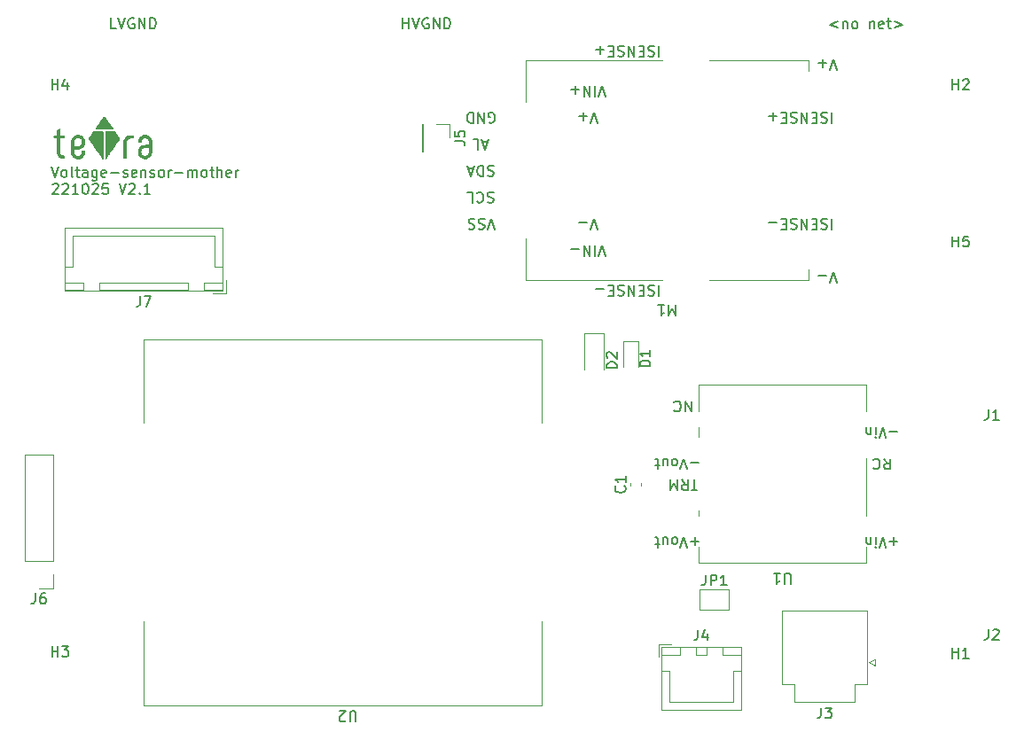
<source format=gbr>
%TF.GenerationSoftware,KiCad,Pcbnew,6.0.1-79c1e3a40b~116~ubuntu20.04.1*%
%TF.CreationDate,2022-10-25T16:13:22+09:00*%
%TF.ProjectId,Voltage-sensor-mother-board,566f6c74-6167-4652-9d73-656e736f722d,1.3*%
%TF.SameCoordinates,Original*%
%TF.FileFunction,Legend,Top*%
%TF.FilePolarity,Positive*%
%FSLAX46Y46*%
G04 Gerber Fmt 4.6, Leading zero omitted, Abs format (unit mm)*
G04 Created by KiCad (PCBNEW 6.0.1-79c1e3a40b~116~ubuntu20.04.1) date 2022-10-25 16:13:22*
%MOMM*%
%LPD*%
G01*
G04 APERTURE LIST*
%ADD10C,0.150000*%
%ADD11C,0.120000*%
%ADD12C,0.010000*%
G04 APERTURE END LIST*
D10*
X128309523Y-51785714D02*
X127547619Y-52071428D01*
X128309523Y-52357142D01*
X128785714Y-51785714D02*
X128785714Y-52452380D01*
X128785714Y-51880952D02*
X128833333Y-51833333D01*
X128928571Y-51785714D01*
X129071428Y-51785714D01*
X129166666Y-51833333D01*
X129214285Y-51928571D01*
X129214285Y-52452380D01*
X129833333Y-52452380D02*
X129738095Y-52404761D01*
X129690476Y-52357142D01*
X129642857Y-52261904D01*
X129642857Y-51976190D01*
X129690476Y-51880952D01*
X129738095Y-51833333D01*
X129833333Y-51785714D01*
X129976190Y-51785714D01*
X130071428Y-51833333D01*
X130119047Y-51880952D01*
X130166666Y-51976190D01*
X130166666Y-52261904D01*
X130119047Y-52357142D01*
X130071428Y-52404761D01*
X129976190Y-52452380D01*
X129833333Y-52452380D01*
X131357142Y-51785714D02*
X131357142Y-52452380D01*
X131357142Y-51880952D02*
X131404761Y-51833333D01*
X131500000Y-51785714D01*
X131642857Y-51785714D01*
X131738095Y-51833333D01*
X131785714Y-51928571D01*
X131785714Y-52452380D01*
X132642857Y-52404761D02*
X132547619Y-52452380D01*
X132357142Y-52452380D01*
X132261904Y-52404761D01*
X132214285Y-52309523D01*
X132214285Y-51928571D01*
X132261904Y-51833333D01*
X132357142Y-51785714D01*
X132547619Y-51785714D01*
X132642857Y-51833333D01*
X132690476Y-51928571D01*
X132690476Y-52023809D01*
X132214285Y-52119047D01*
X132976190Y-51785714D02*
X133357142Y-51785714D01*
X133119047Y-51452380D02*
X133119047Y-52309523D01*
X133166666Y-52404761D01*
X133261904Y-52452380D01*
X133357142Y-52452380D01*
X133690476Y-51785714D02*
X134452380Y-52071428D01*
X133690476Y-52357142D01*
X86761904Y-52452380D02*
X86761904Y-51452380D01*
X86761904Y-51928571D02*
X87333333Y-51928571D01*
X87333333Y-52452380D02*
X87333333Y-51452380D01*
X87666666Y-51452380D02*
X88000000Y-52452380D01*
X88333333Y-51452380D01*
X89190476Y-51500000D02*
X89095238Y-51452380D01*
X88952380Y-51452380D01*
X88809523Y-51500000D01*
X88714285Y-51595238D01*
X88666666Y-51690476D01*
X88619047Y-51880952D01*
X88619047Y-52023809D01*
X88666666Y-52214285D01*
X88714285Y-52309523D01*
X88809523Y-52404761D01*
X88952380Y-52452380D01*
X89047619Y-52452380D01*
X89190476Y-52404761D01*
X89238095Y-52357142D01*
X89238095Y-52023809D01*
X89047619Y-52023809D01*
X89666666Y-52452380D02*
X89666666Y-51452380D01*
X90238095Y-52452380D01*
X90238095Y-51452380D01*
X90714285Y-52452380D02*
X90714285Y-51452380D01*
X90952380Y-51452380D01*
X91095238Y-51500000D01*
X91190476Y-51595238D01*
X91238095Y-51690476D01*
X91285714Y-51880952D01*
X91285714Y-52023809D01*
X91238095Y-52214285D01*
X91190476Y-52309523D01*
X91095238Y-52404761D01*
X90952380Y-52452380D01*
X90714285Y-52452380D01*
X59357142Y-52452380D02*
X58880952Y-52452380D01*
X58880952Y-51452380D01*
X59547619Y-51452380D02*
X59880952Y-52452380D01*
X60214285Y-51452380D01*
X61071428Y-51500000D02*
X60976190Y-51452380D01*
X60833333Y-51452380D01*
X60690476Y-51500000D01*
X60595238Y-51595238D01*
X60547619Y-51690476D01*
X60500000Y-51880952D01*
X60500000Y-52023809D01*
X60547619Y-52214285D01*
X60595238Y-52309523D01*
X60690476Y-52404761D01*
X60833333Y-52452380D01*
X60928571Y-52452380D01*
X61071428Y-52404761D01*
X61119047Y-52357142D01*
X61119047Y-52023809D01*
X60928571Y-52023809D01*
X61547619Y-52452380D02*
X61547619Y-51452380D01*
X62119047Y-52452380D01*
X62119047Y-51452380D01*
X62595238Y-52452380D02*
X62595238Y-51452380D01*
X62833333Y-51452380D01*
X62976190Y-51500000D01*
X63071428Y-51595238D01*
X63119047Y-51690476D01*
X63166666Y-51880952D01*
X63166666Y-52023809D01*
X63119047Y-52214285D01*
X63071428Y-52309523D01*
X62976190Y-52404761D01*
X62833333Y-52452380D01*
X62595238Y-52452380D01*
X53192738Y-65647380D02*
X53526071Y-66647380D01*
X53859404Y-65647380D01*
X54335595Y-66647380D02*
X54240357Y-66599761D01*
X54192738Y-66552142D01*
X54145119Y-66456904D01*
X54145119Y-66171190D01*
X54192738Y-66075952D01*
X54240357Y-66028333D01*
X54335595Y-65980714D01*
X54478452Y-65980714D01*
X54573690Y-66028333D01*
X54621309Y-66075952D01*
X54668928Y-66171190D01*
X54668928Y-66456904D01*
X54621309Y-66552142D01*
X54573690Y-66599761D01*
X54478452Y-66647380D01*
X54335595Y-66647380D01*
X55240357Y-66647380D02*
X55145119Y-66599761D01*
X55097500Y-66504523D01*
X55097500Y-65647380D01*
X55478452Y-65980714D02*
X55859404Y-65980714D01*
X55621309Y-65647380D02*
X55621309Y-66504523D01*
X55668928Y-66599761D01*
X55764166Y-66647380D01*
X55859404Y-66647380D01*
X56621309Y-66647380D02*
X56621309Y-66123571D01*
X56573690Y-66028333D01*
X56478452Y-65980714D01*
X56287976Y-65980714D01*
X56192738Y-66028333D01*
X56621309Y-66599761D02*
X56526071Y-66647380D01*
X56287976Y-66647380D01*
X56192738Y-66599761D01*
X56145119Y-66504523D01*
X56145119Y-66409285D01*
X56192738Y-66314047D01*
X56287976Y-66266428D01*
X56526071Y-66266428D01*
X56621309Y-66218809D01*
X57526071Y-65980714D02*
X57526071Y-66790238D01*
X57478452Y-66885476D01*
X57430833Y-66933095D01*
X57335595Y-66980714D01*
X57192738Y-66980714D01*
X57097500Y-66933095D01*
X57526071Y-66599761D02*
X57430833Y-66647380D01*
X57240357Y-66647380D01*
X57145119Y-66599761D01*
X57097500Y-66552142D01*
X57049880Y-66456904D01*
X57049880Y-66171190D01*
X57097500Y-66075952D01*
X57145119Y-66028333D01*
X57240357Y-65980714D01*
X57430833Y-65980714D01*
X57526071Y-66028333D01*
X58383214Y-66599761D02*
X58287976Y-66647380D01*
X58097500Y-66647380D01*
X58002261Y-66599761D01*
X57954642Y-66504523D01*
X57954642Y-66123571D01*
X58002261Y-66028333D01*
X58097500Y-65980714D01*
X58287976Y-65980714D01*
X58383214Y-66028333D01*
X58430833Y-66123571D01*
X58430833Y-66218809D01*
X57954642Y-66314047D01*
X58859404Y-66266428D02*
X59621309Y-66266428D01*
X60049880Y-66599761D02*
X60145119Y-66647380D01*
X60335595Y-66647380D01*
X60430833Y-66599761D01*
X60478452Y-66504523D01*
X60478452Y-66456904D01*
X60430833Y-66361666D01*
X60335595Y-66314047D01*
X60192738Y-66314047D01*
X60097500Y-66266428D01*
X60049880Y-66171190D01*
X60049880Y-66123571D01*
X60097500Y-66028333D01*
X60192738Y-65980714D01*
X60335595Y-65980714D01*
X60430833Y-66028333D01*
X61287976Y-66599761D02*
X61192738Y-66647380D01*
X61002261Y-66647380D01*
X60907023Y-66599761D01*
X60859404Y-66504523D01*
X60859404Y-66123571D01*
X60907023Y-66028333D01*
X61002261Y-65980714D01*
X61192738Y-65980714D01*
X61287976Y-66028333D01*
X61335595Y-66123571D01*
X61335595Y-66218809D01*
X60859404Y-66314047D01*
X61764166Y-65980714D02*
X61764166Y-66647380D01*
X61764166Y-66075952D02*
X61811785Y-66028333D01*
X61907023Y-65980714D01*
X62049880Y-65980714D01*
X62145119Y-66028333D01*
X62192738Y-66123571D01*
X62192738Y-66647380D01*
X62621309Y-66599761D02*
X62716547Y-66647380D01*
X62907023Y-66647380D01*
X63002261Y-66599761D01*
X63049880Y-66504523D01*
X63049880Y-66456904D01*
X63002261Y-66361666D01*
X62907023Y-66314047D01*
X62764166Y-66314047D01*
X62668928Y-66266428D01*
X62621309Y-66171190D01*
X62621309Y-66123571D01*
X62668928Y-66028333D01*
X62764166Y-65980714D01*
X62907023Y-65980714D01*
X63002261Y-66028333D01*
X63621309Y-66647380D02*
X63526071Y-66599761D01*
X63478452Y-66552142D01*
X63430833Y-66456904D01*
X63430833Y-66171190D01*
X63478452Y-66075952D01*
X63526071Y-66028333D01*
X63621309Y-65980714D01*
X63764166Y-65980714D01*
X63859404Y-66028333D01*
X63907023Y-66075952D01*
X63954642Y-66171190D01*
X63954642Y-66456904D01*
X63907023Y-66552142D01*
X63859404Y-66599761D01*
X63764166Y-66647380D01*
X63621309Y-66647380D01*
X64383214Y-66647380D02*
X64383214Y-65980714D01*
X64383214Y-66171190D02*
X64430833Y-66075952D01*
X64478452Y-66028333D01*
X64573690Y-65980714D01*
X64668928Y-65980714D01*
X65002261Y-66266428D02*
X65764166Y-66266428D01*
X66240357Y-66647380D02*
X66240357Y-65980714D01*
X66240357Y-66075952D02*
X66287976Y-66028333D01*
X66383214Y-65980714D01*
X66526071Y-65980714D01*
X66621309Y-66028333D01*
X66668928Y-66123571D01*
X66668928Y-66647380D01*
X66668928Y-66123571D02*
X66716547Y-66028333D01*
X66811785Y-65980714D01*
X66954642Y-65980714D01*
X67049880Y-66028333D01*
X67097500Y-66123571D01*
X67097500Y-66647380D01*
X67716547Y-66647380D02*
X67621309Y-66599761D01*
X67573690Y-66552142D01*
X67526071Y-66456904D01*
X67526071Y-66171190D01*
X67573690Y-66075952D01*
X67621309Y-66028333D01*
X67716547Y-65980714D01*
X67859404Y-65980714D01*
X67954642Y-66028333D01*
X68002261Y-66075952D01*
X68049880Y-66171190D01*
X68049880Y-66456904D01*
X68002261Y-66552142D01*
X67954642Y-66599761D01*
X67859404Y-66647380D01*
X67716547Y-66647380D01*
X68335595Y-65980714D02*
X68716547Y-65980714D01*
X68478452Y-65647380D02*
X68478452Y-66504523D01*
X68526071Y-66599761D01*
X68621309Y-66647380D01*
X68716547Y-66647380D01*
X69049880Y-66647380D02*
X69049880Y-65647380D01*
X69478452Y-66647380D02*
X69478452Y-66123571D01*
X69430833Y-66028333D01*
X69335595Y-65980714D01*
X69192738Y-65980714D01*
X69097500Y-66028333D01*
X69049880Y-66075952D01*
X70335595Y-66599761D02*
X70240357Y-66647380D01*
X70049880Y-66647380D01*
X69954642Y-66599761D01*
X69907023Y-66504523D01*
X69907023Y-66123571D01*
X69954642Y-66028333D01*
X70049880Y-65980714D01*
X70240357Y-65980714D01*
X70335595Y-66028333D01*
X70383214Y-66123571D01*
X70383214Y-66218809D01*
X69907023Y-66314047D01*
X70811785Y-66647380D02*
X70811785Y-65980714D01*
X70811785Y-66171190D02*
X70859404Y-66075952D01*
X70907023Y-66028333D01*
X71002261Y-65980714D01*
X71097500Y-65980714D01*
X53287976Y-67352619D02*
X53335595Y-67305000D01*
X53430833Y-67257380D01*
X53668928Y-67257380D01*
X53764166Y-67305000D01*
X53811785Y-67352619D01*
X53859404Y-67447857D01*
X53859404Y-67543095D01*
X53811785Y-67685952D01*
X53240357Y-68257380D01*
X53859404Y-68257380D01*
X54240357Y-67352619D02*
X54287976Y-67305000D01*
X54383214Y-67257380D01*
X54621309Y-67257380D01*
X54716547Y-67305000D01*
X54764166Y-67352619D01*
X54811785Y-67447857D01*
X54811785Y-67543095D01*
X54764166Y-67685952D01*
X54192738Y-68257380D01*
X54811785Y-68257380D01*
X55764166Y-68257380D02*
X55192738Y-68257380D01*
X55478452Y-68257380D02*
X55478452Y-67257380D01*
X55383214Y-67400238D01*
X55287976Y-67495476D01*
X55192738Y-67543095D01*
X56383214Y-67257380D02*
X56478452Y-67257380D01*
X56573690Y-67305000D01*
X56621309Y-67352619D01*
X56668928Y-67447857D01*
X56716547Y-67638333D01*
X56716547Y-67876428D01*
X56668928Y-68066904D01*
X56621309Y-68162142D01*
X56573690Y-68209761D01*
X56478452Y-68257380D01*
X56383214Y-68257380D01*
X56287976Y-68209761D01*
X56240357Y-68162142D01*
X56192738Y-68066904D01*
X56145119Y-67876428D01*
X56145119Y-67638333D01*
X56192738Y-67447857D01*
X56240357Y-67352619D01*
X56287976Y-67305000D01*
X56383214Y-67257380D01*
X57097500Y-67352619D02*
X57145119Y-67305000D01*
X57240357Y-67257380D01*
X57478452Y-67257380D01*
X57573690Y-67305000D01*
X57621309Y-67352619D01*
X57668928Y-67447857D01*
X57668928Y-67543095D01*
X57621309Y-67685952D01*
X57049880Y-68257380D01*
X57668928Y-68257380D01*
X58573690Y-67257380D02*
X58097500Y-67257380D01*
X58049880Y-67733571D01*
X58097500Y-67685952D01*
X58192738Y-67638333D01*
X58430833Y-67638333D01*
X58526071Y-67685952D01*
X58573690Y-67733571D01*
X58621309Y-67828809D01*
X58621309Y-68066904D01*
X58573690Y-68162142D01*
X58526071Y-68209761D01*
X58430833Y-68257380D01*
X58192738Y-68257380D01*
X58097500Y-68209761D01*
X58049880Y-68162142D01*
X59668928Y-67257380D02*
X60002261Y-68257380D01*
X60335595Y-67257380D01*
X60621309Y-67352619D02*
X60668928Y-67305000D01*
X60764166Y-67257380D01*
X61002261Y-67257380D01*
X61097500Y-67305000D01*
X61145119Y-67352619D01*
X61192738Y-67447857D01*
X61192738Y-67543095D01*
X61145119Y-67685952D01*
X60573690Y-68257380D01*
X61192738Y-68257380D01*
X61621309Y-68162142D02*
X61668928Y-68209761D01*
X61621309Y-68257380D01*
X61573690Y-68209761D01*
X61621309Y-68162142D01*
X61621309Y-68257380D01*
X62621309Y-68257380D02*
X62049880Y-68257380D01*
X62335595Y-68257380D02*
X62335595Y-67257380D01*
X62240357Y-67400238D01*
X62145119Y-67495476D01*
X62049880Y-67543095D01*
%TO.C,H1*%
X139238095Y-112602380D02*
X139238095Y-111602380D01*
X139238095Y-112078571D02*
X139809523Y-112078571D01*
X139809523Y-112602380D02*
X139809523Y-111602380D01*
X140809523Y-112602380D02*
X140238095Y-112602380D01*
X140523809Y-112602380D02*
X140523809Y-111602380D01*
X140428571Y-111745238D01*
X140333333Y-111840476D01*
X140238095Y-111888095D01*
%TO.C,D2*%
X107202380Y-84888095D02*
X106202380Y-84888095D01*
X106202380Y-84650000D01*
X106250000Y-84507142D01*
X106345238Y-84411904D01*
X106440476Y-84364285D01*
X106630952Y-84316666D01*
X106773809Y-84316666D01*
X106964285Y-84364285D01*
X107059523Y-84411904D01*
X107154761Y-84507142D01*
X107202380Y-84650000D01*
X107202380Y-84888095D01*
X106297619Y-83935714D02*
X106250000Y-83888095D01*
X106202380Y-83792857D01*
X106202380Y-83554761D01*
X106250000Y-83459523D01*
X106297619Y-83411904D01*
X106392857Y-83364285D01*
X106488095Y-83364285D01*
X106630952Y-83411904D01*
X107202380Y-83983333D01*
X107202380Y-83364285D01*
%TO.C,D1*%
X110382380Y-84738095D02*
X109382380Y-84738095D01*
X109382380Y-84500000D01*
X109430000Y-84357142D01*
X109525238Y-84261904D01*
X109620476Y-84214285D01*
X109810952Y-84166666D01*
X109953809Y-84166666D01*
X110144285Y-84214285D01*
X110239523Y-84261904D01*
X110334761Y-84357142D01*
X110382380Y-84500000D01*
X110382380Y-84738095D01*
X110382380Y-83214285D02*
X110382380Y-83785714D01*
X110382380Y-83500000D02*
X109382380Y-83500000D01*
X109525238Y-83595238D01*
X109620476Y-83690476D01*
X109668095Y-83785714D01*
%TO.C,C1*%
X107927142Y-96166666D02*
X107974761Y-96214285D01*
X108022380Y-96357142D01*
X108022380Y-96452380D01*
X107974761Y-96595238D01*
X107879523Y-96690476D01*
X107784285Y-96738095D01*
X107593809Y-96785714D01*
X107450952Y-96785714D01*
X107260476Y-96738095D01*
X107165238Y-96690476D01*
X107070000Y-96595238D01*
X107022380Y-96452380D01*
X107022380Y-96357142D01*
X107070000Y-96214285D01*
X107117619Y-96166666D01*
X108022380Y-95214285D02*
X108022380Y-95785714D01*
X108022380Y-95500000D02*
X107022380Y-95500000D01*
X107165238Y-95595238D01*
X107260476Y-95690476D01*
X107308095Y-95785714D01*
%TO.C,U2*%
X82261904Y-118667619D02*
X82261904Y-117858095D01*
X82214285Y-117762857D01*
X82166666Y-117715238D01*
X82071428Y-117667619D01*
X81880952Y-117667619D01*
X81785714Y-117715238D01*
X81738095Y-117762857D01*
X81690476Y-117858095D01*
X81690476Y-118667619D01*
X81261904Y-118572380D02*
X81214285Y-118620000D01*
X81119047Y-118667619D01*
X80880952Y-118667619D01*
X80785714Y-118620000D01*
X80738095Y-118572380D01*
X80690476Y-118477142D01*
X80690476Y-118381904D01*
X80738095Y-118239047D01*
X81309523Y-117667619D01*
X80690476Y-117667619D01*
%TO.C,J7*%
X61666666Y-78002380D02*
X61666666Y-78716666D01*
X61619047Y-78859523D01*
X61523809Y-78954761D01*
X61380952Y-79002380D01*
X61285714Y-79002380D01*
X62047619Y-78002380D02*
X62714285Y-78002380D01*
X62285714Y-79002380D01*
%TO.C,M1*%
X112809523Y-78882619D02*
X112809523Y-79882619D01*
X112476190Y-79168333D01*
X112142857Y-79882619D01*
X112142857Y-78882619D01*
X111142857Y-78882619D02*
X111714285Y-78882619D01*
X111428571Y-78882619D02*
X111428571Y-79882619D01*
X111523809Y-79739761D01*
X111619047Y-79644523D01*
X111714285Y-79596904D01*
X94981904Y-61420000D02*
X95077142Y-61467619D01*
X95220000Y-61467619D01*
X95362857Y-61420000D01*
X95458095Y-61324761D01*
X95505714Y-61229523D01*
X95553333Y-61039047D01*
X95553333Y-60896190D01*
X95505714Y-60705714D01*
X95458095Y-60610476D01*
X95362857Y-60515238D01*
X95220000Y-60467619D01*
X95124761Y-60467619D01*
X94981904Y-60515238D01*
X94934285Y-60562857D01*
X94934285Y-60896190D01*
X95124761Y-60896190D01*
X94505714Y-60467619D02*
X94505714Y-61467619D01*
X93934285Y-60467619D01*
X93934285Y-61467619D01*
X93458095Y-60467619D02*
X93458095Y-61467619D01*
X93220000Y-61467619D01*
X93077142Y-61420000D01*
X92981904Y-61324761D01*
X92934285Y-61229523D01*
X92886666Y-61039047D01*
X92886666Y-60896190D01*
X92934285Y-60705714D01*
X92981904Y-60610476D01*
X93077142Y-60515238D01*
X93220000Y-60467619D01*
X93458095Y-60467619D01*
X94862857Y-63293333D02*
X94386666Y-63293333D01*
X94958095Y-63007619D02*
X94624761Y-64007619D01*
X94291428Y-63007619D01*
X93481904Y-63007619D02*
X93958095Y-63007619D01*
X93958095Y-64007619D01*
X127700000Y-60467619D02*
X127700000Y-61467619D01*
X127271428Y-60515238D02*
X127128571Y-60467619D01*
X126890476Y-60467619D01*
X126795238Y-60515238D01*
X126747619Y-60562857D01*
X126700000Y-60658095D01*
X126700000Y-60753333D01*
X126747619Y-60848571D01*
X126795238Y-60896190D01*
X126890476Y-60943809D01*
X127080952Y-60991428D01*
X127176190Y-61039047D01*
X127223809Y-61086666D01*
X127271428Y-61181904D01*
X127271428Y-61277142D01*
X127223809Y-61372380D01*
X127176190Y-61420000D01*
X127080952Y-61467619D01*
X126842857Y-61467619D01*
X126700000Y-61420000D01*
X126271428Y-60991428D02*
X125938095Y-60991428D01*
X125795238Y-60467619D02*
X126271428Y-60467619D01*
X126271428Y-61467619D01*
X125795238Y-61467619D01*
X125366666Y-60467619D02*
X125366666Y-61467619D01*
X124795238Y-60467619D01*
X124795238Y-61467619D01*
X124366666Y-60515238D02*
X124223809Y-60467619D01*
X123985714Y-60467619D01*
X123890476Y-60515238D01*
X123842857Y-60562857D01*
X123795238Y-60658095D01*
X123795238Y-60753333D01*
X123842857Y-60848571D01*
X123890476Y-60896190D01*
X123985714Y-60943809D01*
X124176190Y-60991428D01*
X124271428Y-61039047D01*
X124319047Y-61086666D01*
X124366666Y-61181904D01*
X124366666Y-61277142D01*
X124319047Y-61372380D01*
X124271428Y-61420000D01*
X124176190Y-61467619D01*
X123938095Y-61467619D01*
X123795238Y-61420000D01*
X123366666Y-60991428D02*
X123033333Y-60991428D01*
X122890476Y-60467619D02*
X123366666Y-60467619D01*
X123366666Y-61467619D01*
X122890476Y-61467619D01*
X122461904Y-60848571D02*
X121700000Y-60848571D01*
X122080952Y-60467619D02*
X122080952Y-61229523D01*
X127700000Y-70627619D02*
X127700000Y-71627619D01*
X127271428Y-70675238D02*
X127128571Y-70627619D01*
X126890476Y-70627619D01*
X126795238Y-70675238D01*
X126747619Y-70722857D01*
X126700000Y-70818095D01*
X126700000Y-70913333D01*
X126747619Y-71008571D01*
X126795238Y-71056190D01*
X126890476Y-71103809D01*
X127080952Y-71151428D01*
X127176190Y-71199047D01*
X127223809Y-71246666D01*
X127271428Y-71341904D01*
X127271428Y-71437142D01*
X127223809Y-71532380D01*
X127176190Y-71580000D01*
X127080952Y-71627619D01*
X126842857Y-71627619D01*
X126700000Y-71580000D01*
X126271428Y-71151428D02*
X125938095Y-71151428D01*
X125795238Y-70627619D02*
X126271428Y-70627619D01*
X126271428Y-71627619D01*
X125795238Y-71627619D01*
X125366666Y-70627619D02*
X125366666Y-71627619D01*
X124795238Y-70627619D01*
X124795238Y-71627619D01*
X124366666Y-70675238D02*
X124223809Y-70627619D01*
X123985714Y-70627619D01*
X123890476Y-70675238D01*
X123842857Y-70722857D01*
X123795238Y-70818095D01*
X123795238Y-70913333D01*
X123842857Y-71008571D01*
X123890476Y-71056190D01*
X123985714Y-71103809D01*
X124176190Y-71151428D01*
X124271428Y-71199047D01*
X124319047Y-71246666D01*
X124366666Y-71341904D01*
X124366666Y-71437142D01*
X124319047Y-71532380D01*
X124271428Y-71580000D01*
X124176190Y-71627619D01*
X123938095Y-71627619D01*
X123795238Y-71580000D01*
X123366666Y-71151428D02*
X123033333Y-71151428D01*
X122890476Y-70627619D02*
X123366666Y-70627619D01*
X123366666Y-71627619D01*
X122890476Y-71627619D01*
X122461904Y-71008571D02*
X121700000Y-71008571D01*
X128192380Y-56387619D02*
X127859047Y-55387619D01*
X127525714Y-56387619D01*
X127192380Y-55768571D02*
X126430476Y-55768571D01*
X126811428Y-55387619D02*
X126811428Y-56149523D01*
X95410476Y-68135238D02*
X95267619Y-68087619D01*
X95029523Y-68087619D01*
X94934285Y-68135238D01*
X94886666Y-68182857D01*
X94839047Y-68278095D01*
X94839047Y-68373333D01*
X94886666Y-68468571D01*
X94934285Y-68516190D01*
X95029523Y-68563809D01*
X95220000Y-68611428D01*
X95315238Y-68659047D01*
X95362857Y-68706666D01*
X95410476Y-68801904D01*
X95410476Y-68897142D01*
X95362857Y-68992380D01*
X95315238Y-69040000D01*
X95220000Y-69087619D01*
X94981904Y-69087619D01*
X94839047Y-69040000D01*
X93839047Y-68182857D02*
X93886666Y-68135238D01*
X94029523Y-68087619D01*
X94124761Y-68087619D01*
X94267619Y-68135238D01*
X94362857Y-68230476D01*
X94410476Y-68325714D01*
X94458095Y-68516190D01*
X94458095Y-68659047D01*
X94410476Y-68849523D01*
X94362857Y-68944761D01*
X94267619Y-69040000D01*
X94124761Y-69087619D01*
X94029523Y-69087619D01*
X93886666Y-69040000D01*
X93839047Y-68992380D01*
X92934285Y-68087619D02*
X93410476Y-68087619D01*
X93410476Y-69087619D01*
X95505714Y-71627619D02*
X95172380Y-70627619D01*
X94839047Y-71627619D01*
X94553333Y-70675238D02*
X94410476Y-70627619D01*
X94172380Y-70627619D01*
X94077142Y-70675238D01*
X94029523Y-70722857D01*
X93981904Y-70818095D01*
X93981904Y-70913333D01*
X94029523Y-71008571D01*
X94077142Y-71056190D01*
X94172380Y-71103809D01*
X94362857Y-71151428D01*
X94458095Y-71199047D01*
X94505714Y-71246666D01*
X94553333Y-71341904D01*
X94553333Y-71437142D01*
X94505714Y-71532380D01*
X94458095Y-71580000D01*
X94362857Y-71627619D01*
X94124761Y-71627619D01*
X93981904Y-71580000D01*
X93600952Y-70675238D02*
X93458095Y-70627619D01*
X93220000Y-70627619D01*
X93124761Y-70675238D01*
X93077142Y-70722857D01*
X93029523Y-70818095D01*
X93029523Y-70913333D01*
X93077142Y-71008571D01*
X93124761Y-71056190D01*
X93220000Y-71103809D01*
X93410476Y-71151428D01*
X93505714Y-71199047D01*
X93553333Y-71246666D01*
X93600952Y-71341904D01*
X93600952Y-71437142D01*
X93553333Y-71532380D01*
X93505714Y-71580000D01*
X93410476Y-71627619D01*
X93172380Y-71627619D01*
X93029523Y-71580000D01*
X111190000Y-76977619D02*
X111190000Y-77977619D01*
X110761428Y-77025238D02*
X110618571Y-76977619D01*
X110380476Y-76977619D01*
X110285238Y-77025238D01*
X110237619Y-77072857D01*
X110190000Y-77168095D01*
X110190000Y-77263333D01*
X110237619Y-77358571D01*
X110285238Y-77406190D01*
X110380476Y-77453809D01*
X110570952Y-77501428D01*
X110666190Y-77549047D01*
X110713809Y-77596666D01*
X110761428Y-77691904D01*
X110761428Y-77787142D01*
X110713809Y-77882380D01*
X110666190Y-77930000D01*
X110570952Y-77977619D01*
X110332857Y-77977619D01*
X110190000Y-77930000D01*
X109761428Y-77501428D02*
X109428095Y-77501428D01*
X109285238Y-76977619D02*
X109761428Y-76977619D01*
X109761428Y-77977619D01*
X109285238Y-77977619D01*
X108856666Y-76977619D02*
X108856666Y-77977619D01*
X108285238Y-76977619D01*
X108285238Y-77977619D01*
X107856666Y-77025238D02*
X107713809Y-76977619D01*
X107475714Y-76977619D01*
X107380476Y-77025238D01*
X107332857Y-77072857D01*
X107285238Y-77168095D01*
X107285238Y-77263333D01*
X107332857Y-77358571D01*
X107380476Y-77406190D01*
X107475714Y-77453809D01*
X107666190Y-77501428D01*
X107761428Y-77549047D01*
X107809047Y-77596666D01*
X107856666Y-77691904D01*
X107856666Y-77787142D01*
X107809047Y-77882380D01*
X107761428Y-77930000D01*
X107666190Y-77977619D01*
X107428095Y-77977619D01*
X107285238Y-77930000D01*
X106856666Y-77501428D02*
X106523333Y-77501428D01*
X106380476Y-76977619D02*
X106856666Y-76977619D01*
X106856666Y-77977619D01*
X106380476Y-77977619D01*
X105951904Y-77358571D02*
X105190000Y-77358571D01*
X106094285Y-58927619D02*
X105760952Y-57927619D01*
X105427619Y-58927619D01*
X105094285Y-57927619D02*
X105094285Y-58927619D01*
X104618095Y-57927619D02*
X104618095Y-58927619D01*
X104046666Y-57927619D01*
X104046666Y-58927619D01*
X103570476Y-58308571D02*
X102808571Y-58308571D01*
X103189523Y-57927619D02*
X103189523Y-58689523D01*
X95434285Y-65595238D02*
X95291428Y-65547619D01*
X95053333Y-65547619D01*
X94958095Y-65595238D01*
X94910476Y-65642857D01*
X94862857Y-65738095D01*
X94862857Y-65833333D01*
X94910476Y-65928571D01*
X94958095Y-65976190D01*
X95053333Y-66023809D01*
X95243809Y-66071428D01*
X95339047Y-66119047D01*
X95386666Y-66166666D01*
X95434285Y-66261904D01*
X95434285Y-66357142D01*
X95386666Y-66452380D01*
X95339047Y-66500000D01*
X95243809Y-66547619D01*
X95005714Y-66547619D01*
X94862857Y-66500000D01*
X94434285Y-65547619D02*
X94434285Y-66547619D01*
X94196190Y-66547619D01*
X94053333Y-66500000D01*
X93958095Y-66404761D01*
X93910476Y-66309523D01*
X93862857Y-66119047D01*
X93862857Y-65976190D01*
X93910476Y-65785714D01*
X93958095Y-65690476D01*
X94053333Y-65595238D01*
X94196190Y-65547619D01*
X94434285Y-65547619D01*
X93481904Y-65833333D02*
X93005714Y-65833333D01*
X93577142Y-65547619D02*
X93243809Y-66547619D01*
X92910476Y-65547619D01*
X106094285Y-74167619D02*
X105760952Y-73167619D01*
X105427619Y-74167619D01*
X105094285Y-73167619D02*
X105094285Y-74167619D01*
X104618095Y-73167619D02*
X104618095Y-74167619D01*
X104046666Y-73167619D01*
X104046666Y-74167619D01*
X103570476Y-73548571D02*
X102808571Y-73548571D01*
X111190000Y-54117619D02*
X111190000Y-55117619D01*
X110761428Y-54165238D02*
X110618571Y-54117619D01*
X110380476Y-54117619D01*
X110285238Y-54165238D01*
X110237619Y-54212857D01*
X110190000Y-54308095D01*
X110190000Y-54403333D01*
X110237619Y-54498571D01*
X110285238Y-54546190D01*
X110380476Y-54593809D01*
X110570952Y-54641428D01*
X110666190Y-54689047D01*
X110713809Y-54736666D01*
X110761428Y-54831904D01*
X110761428Y-54927142D01*
X110713809Y-55022380D01*
X110666190Y-55070000D01*
X110570952Y-55117619D01*
X110332857Y-55117619D01*
X110190000Y-55070000D01*
X109761428Y-54641428D02*
X109428095Y-54641428D01*
X109285238Y-54117619D02*
X109761428Y-54117619D01*
X109761428Y-55117619D01*
X109285238Y-55117619D01*
X108856666Y-54117619D02*
X108856666Y-55117619D01*
X108285238Y-54117619D01*
X108285238Y-55117619D01*
X107856666Y-54165238D02*
X107713809Y-54117619D01*
X107475714Y-54117619D01*
X107380476Y-54165238D01*
X107332857Y-54212857D01*
X107285238Y-54308095D01*
X107285238Y-54403333D01*
X107332857Y-54498571D01*
X107380476Y-54546190D01*
X107475714Y-54593809D01*
X107666190Y-54641428D01*
X107761428Y-54689047D01*
X107809047Y-54736666D01*
X107856666Y-54831904D01*
X107856666Y-54927142D01*
X107809047Y-55022380D01*
X107761428Y-55070000D01*
X107666190Y-55117619D01*
X107428095Y-55117619D01*
X107285238Y-55070000D01*
X106856666Y-54641428D02*
X106523333Y-54641428D01*
X106380476Y-54117619D02*
X106856666Y-54117619D01*
X106856666Y-55117619D01*
X106380476Y-55117619D01*
X105951904Y-54498571D02*
X105190000Y-54498571D01*
X105570952Y-54117619D02*
X105570952Y-54879523D01*
X105332380Y-71627619D02*
X104999047Y-70627619D01*
X104665714Y-71627619D01*
X104332380Y-71008571D02*
X103570476Y-71008571D01*
X128192380Y-76707619D02*
X127859047Y-75707619D01*
X127525714Y-76707619D01*
X127192380Y-76088571D02*
X126430476Y-76088571D01*
X105332380Y-61467619D02*
X104999047Y-60467619D01*
X104665714Y-61467619D01*
X104332380Y-60848571D02*
X103570476Y-60848571D01*
X103951428Y-60467619D02*
X103951428Y-61229523D01*
%TO.C,U1*%
X123761904Y-105497619D02*
X123761904Y-104688095D01*
X123714285Y-104592857D01*
X123666666Y-104545238D01*
X123571428Y-104497619D01*
X123380952Y-104497619D01*
X123285714Y-104545238D01*
X123238095Y-104592857D01*
X123190476Y-104688095D01*
X123190476Y-105497619D01*
X122190476Y-104497619D02*
X122761904Y-104497619D01*
X122476190Y-104497619D02*
X122476190Y-105497619D01*
X122571428Y-105354761D01*
X122666666Y-105259523D01*
X122761904Y-105211904D01*
X134000000Y-101428571D02*
X133238095Y-101428571D01*
X133619047Y-101047619D02*
X133619047Y-101809523D01*
X132904761Y-102047619D02*
X132571428Y-101047619D01*
X132238095Y-102047619D01*
X131904761Y-101047619D02*
X131904761Y-101714285D01*
X131904761Y-102047619D02*
X131952380Y-102000000D01*
X131904761Y-101952380D01*
X131857142Y-102000000D01*
X131904761Y-102047619D01*
X131904761Y-101952380D01*
X131428571Y-101714285D02*
X131428571Y-101047619D01*
X131428571Y-101619047D02*
X131380952Y-101666666D01*
X131285714Y-101714285D01*
X131142857Y-101714285D01*
X131047619Y-101666666D01*
X131000000Y-101571428D01*
X131000000Y-101047619D01*
X115000000Y-93928571D02*
X114238095Y-93928571D01*
X113904761Y-94547619D02*
X113571428Y-93547619D01*
X113238095Y-94547619D01*
X112761904Y-93547619D02*
X112857142Y-93595238D01*
X112904761Y-93642857D01*
X112952380Y-93738095D01*
X112952380Y-94023809D01*
X112904761Y-94119047D01*
X112857142Y-94166666D01*
X112761904Y-94214285D01*
X112619047Y-94214285D01*
X112523809Y-94166666D01*
X112476190Y-94119047D01*
X112428571Y-94023809D01*
X112428571Y-93738095D01*
X112476190Y-93642857D01*
X112523809Y-93595238D01*
X112619047Y-93547619D01*
X112761904Y-93547619D01*
X111571428Y-94214285D02*
X111571428Y-93547619D01*
X112000000Y-94214285D02*
X112000000Y-93690476D01*
X111952380Y-93595238D01*
X111857142Y-93547619D01*
X111714285Y-93547619D01*
X111619047Y-93595238D01*
X111571428Y-93642857D01*
X111238095Y-94214285D02*
X110857142Y-94214285D01*
X111095238Y-94547619D02*
X111095238Y-93690476D01*
X111047619Y-93595238D01*
X110952380Y-93547619D01*
X110857142Y-93547619D01*
X114857142Y-96547619D02*
X114285714Y-96547619D01*
X114571428Y-95547619D02*
X114571428Y-96547619D01*
X113380952Y-95547619D02*
X113714285Y-96023809D01*
X113952380Y-95547619D02*
X113952380Y-96547619D01*
X113571428Y-96547619D01*
X113476190Y-96500000D01*
X113428571Y-96452380D01*
X113380952Y-96357142D01*
X113380952Y-96214285D01*
X113428571Y-96119047D01*
X113476190Y-96071428D01*
X113571428Y-96023809D01*
X113952380Y-96023809D01*
X112952380Y-95547619D02*
X112952380Y-96547619D01*
X112619047Y-95833333D01*
X112285714Y-96547619D01*
X112285714Y-95547619D01*
X114285714Y-88047619D02*
X114285714Y-89047619D01*
X113714285Y-88047619D01*
X113714285Y-89047619D01*
X112666666Y-88142857D02*
X112714285Y-88095238D01*
X112857142Y-88047619D01*
X112952380Y-88047619D01*
X113095238Y-88095238D01*
X113190476Y-88190476D01*
X113238095Y-88285714D01*
X113285714Y-88476190D01*
X113285714Y-88619047D01*
X113238095Y-88809523D01*
X113190476Y-88904761D01*
X113095238Y-89000000D01*
X112952380Y-89047619D01*
X112857142Y-89047619D01*
X112714285Y-89000000D01*
X112666666Y-88952380D01*
X132690476Y-93547619D02*
X133023809Y-94023809D01*
X133261904Y-93547619D02*
X133261904Y-94547619D01*
X132880952Y-94547619D01*
X132785714Y-94500000D01*
X132738095Y-94452380D01*
X132690476Y-94357142D01*
X132690476Y-94214285D01*
X132738095Y-94119047D01*
X132785714Y-94071428D01*
X132880952Y-94023809D01*
X133261904Y-94023809D01*
X131690476Y-93642857D02*
X131738095Y-93595238D01*
X131880952Y-93547619D01*
X131976190Y-93547619D01*
X132119047Y-93595238D01*
X132214285Y-93690476D01*
X132261904Y-93785714D01*
X132309523Y-93976190D01*
X132309523Y-94119047D01*
X132261904Y-94309523D01*
X132214285Y-94404761D01*
X132119047Y-94500000D01*
X131976190Y-94547619D01*
X131880952Y-94547619D01*
X131738095Y-94500000D01*
X131690476Y-94452380D01*
X134000000Y-90928571D02*
X133238095Y-90928571D01*
X132904761Y-91547619D02*
X132571428Y-90547619D01*
X132238095Y-91547619D01*
X131904761Y-90547619D02*
X131904761Y-91214285D01*
X131904761Y-91547619D02*
X131952380Y-91500000D01*
X131904761Y-91452380D01*
X131857142Y-91500000D01*
X131904761Y-91547619D01*
X131904761Y-91452380D01*
X131428571Y-91214285D02*
X131428571Y-90547619D01*
X131428571Y-91119047D02*
X131380952Y-91166666D01*
X131285714Y-91214285D01*
X131142857Y-91214285D01*
X131047619Y-91166666D01*
X131000000Y-91071428D01*
X131000000Y-90547619D01*
X115000000Y-101428571D02*
X114238095Y-101428571D01*
X114619047Y-101047619D02*
X114619047Y-101809523D01*
X113904761Y-102047619D02*
X113571428Y-101047619D01*
X113238095Y-102047619D01*
X112761904Y-101047619D02*
X112857142Y-101095238D01*
X112904761Y-101142857D01*
X112952380Y-101238095D01*
X112952380Y-101523809D01*
X112904761Y-101619047D01*
X112857142Y-101666666D01*
X112761904Y-101714285D01*
X112619047Y-101714285D01*
X112523809Y-101666666D01*
X112476190Y-101619047D01*
X112428571Y-101523809D01*
X112428571Y-101238095D01*
X112476190Y-101142857D01*
X112523809Y-101095238D01*
X112619047Y-101047619D01*
X112761904Y-101047619D01*
X111571428Y-101714285D02*
X111571428Y-101047619D01*
X112000000Y-101714285D02*
X112000000Y-101190476D01*
X111952380Y-101095238D01*
X111857142Y-101047619D01*
X111714285Y-101047619D01*
X111619047Y-101095238D01*
X111571428Y-101142857D01*
X111238095Y-101714285D02*
X110857142Y-101714285D01*
X111095238Y-102047619D02*
X111095238Y-101190476D01*
X111047619Y-101095238D01*
X110952380Y-101047619D01*
X110857142Y-101047619D01*
%TO.C,J4*%
X114916666Y-109902380D02*
X114916666Y-110616666D01*
X114869047Y-110759523D01*
X114773809Y-110854761D01*
X114630952Y-110902380D01*
X114535714Y-110902380D01*
X115821428Y-110235714D02*
X115821428Y-110902380D01*
X115583333Y-109854761D02*
X115345238Y-110569047D01*
X115964285Y-110569047D01*
%TO.C,H5*%
X139238095Y-73302380D02*
X139238095Y-72302380D01*
X139238095Y-72778571D02*
X139809523Y-72778571D01*
X139809523Y-73302380D02*
X139809523Y-72302380D01*
X140761904Y-72302380D02*
X140285714Y-72302380D01*
X140238095Y-72778571D01*
X140285714Y-72730952D01*
X140380952Y-72683333D01*
X140619047Y-72683333D01*
X140714285Y-72730952D01*
X140761904Y-72778571D01*
X140809523Y-72873809D01*
X140809523Y-73111904D01*
X140761904Y-73207142D01*
X140714285Y-73254761D01*
X140619047Y-73302380D01*
X140380952Y-73302380D01*
X140285714Y-73254761D01*
X140238095Y-73207142D01*
%TO.C,H4*%
X53238095Y-58302380D02*
X53238095Y-57302380D01*
X53238095Y-57778571D02*
X53809523Y-57778571D01*
X53809523Y-58302380D02*
X53809523Y-57302380D01*
X54714285Y-57635714D02*
X54714285Y-58302380D01*
X54476190Y-57254761D02*
X54238095Y-57969047D01*
X54857142Y-57969047D01*
%TO.C,H3*%
X53238095Y-112452380D02*
X53238095Y-111452380D01*
X53238095Y-111928571D02*
X53809523Y-111928571D01*
X53809523Y-112452380D02*
X53809523Y-111452380D01*
X54190476Y-111452380D02*
X54809523Y-111452380D01*
X54476190Y-111833333D01*
X54619047Y-111833333D01*
X54714285Y-111880952D01*
X54761904Y-111928571D01*
X54809523Y-112023809D01*
X54809523Y-112261904D01*
X54761904Y-112357142D01*
X54714285Y-112404761D01*
X54619047Y-112452380D01*
X54333333Y-112452380D01*
X54238095Y-112404761D01*
X54190476Y-112357142D01*
%TO.C,H2*%
X139238095Y-58302380D02*
X139238095Y-57302380D01*
X139238095Y-57778571D02*
X139809523Y-57778571D01*
X139809523Y-58302380D02*
X139809523Y-57302380D01*
X140238095Y-57397619D02*
X140285714Y-57350000D01*
X140380952Y-57302380D01*
X140619047Y-57302380D01*
X140714285Y-57350000D01*
X140761904Y-57397619D01*
X140809523Y-57492857D01*
X140809523Y-57588095D01*
X140761904Y-57730952D01*
X140190476Y-58302380D01*
X140809523Y-58302380D01*
%TO.C,JP1*%
X115666666Y-104652380D02*
X115666666Y-105366666D01*
X115619047Y-105509523D01*
X115523809Y-105604761D01*
X115380952Y-105652380D01*
X115285714Y-105652380D01*
X116142857Y-105652380D02*
X116142857Y-104652380D01*
X116523809Y-104652380D01*
X116619047Y-104700000D01*
X116666666Y-104747619D01*
X116714285Y-104842857D01*
X116714285Y-104985714D01*
X116666666Y-105080952D01*
X116619047Y-105128571D01*
X116523809Y-105176190D01*
X116142857Y-105176190D01*
X117666666Y-105652380D02*
X117095238Y-105652380D01*
X117380952Y-105652380D02*
X117380952Y-104652380D01*
X117285714Y-104795238D01*
X117190476Y-104890476D01*
X117095238Y-104938095D01*
%TO.C,J6*%
X51666666Y-106402380D02*
X51666666Y-107116666D01*
X51619047Y-107259523D01*
X51523809Y-107354761D01*
X51380952Y-107402380D01*
X51285714Y-107402380D01*
X52571428Y-106402380D02*
X52380952Y-106402380D01*
X52285714Y-106450000D01*
X52238095Y-106497619D01*
X52142857Y-106640476D01*
X52095238Y-106830952D01*
X52095238Y-107211904D01*
X52142857Y-107307142D01*
X52190476Y-107354761D01*
X52285714Y-107402380D01*
X52476190Y-107402380D01*
X52571428Y-107354761D01*
X52619047Y-107307142D01*
X52666666Y-107211904D01*
X52666666Y-106973809D01*
X52619047Y-106878571D01*
X52571428Y-106830952D01*
X52476190Y-106783333D01*
X52285714Y-106783333D01*
X52190476Y-106830952D01*
X52142857Y-106878571D01*
X52095238Y-106973809D01*
%TO.C,J5*%
X91687380Y-63221333D02*
X92401666Y-63221333D01*
X92544523Y-63268952D01*
X92639761Y-63364190D01*
X92687380Y-63507047D01*
X92687380Y-63602285D01*
X91687380Y-62268952D02*
X91687380Y-62745142D01*
X92163571Y-62792761D01*
X92115952Y-62745142D01*
X92068333Y-62649904D01*
X92068333Y-62411809D01*
X92115952Y-62316571D01*
X92163571Y-62268952D01*
X92258809Y-62221333D01*
X92496904Y-62221333D01*
X92592142Y-62268952D01*
X92639761Y-62316571D01*
X92687380Y-62411809D01*
X92687380Y-62649904D01*
X92639761Y-62745142D01*
X92592142Y-62792761D01*
%TO.C,J3*%
X126686666Y-117352380D02*
X126686666Y-118066666D01*
X126639047Y-118209523D01*
X126543809Y-118304761D01*
X126400952Y-118352380D01*
X126305714Y-118352380D01*
X127067619Y-117352380D02*
X127686666Y-117352380D01*
X127353333Y-117733333D01*
X127496190Y-117733333D01*
X127591428Y-117780952D01*
X127639047Y-117828571D01*
X127686666Y-117923809D01*
X127686666Y-118161904D01*
X127639047Y-118257142D01*
X127591428Y-118304761D01*
X127496190Y-118352380D01*
X127210476Y-118352380D01*
X127115238Y-118304761D01*
X127067619Y-118257142D01*
%TO.C,J2*%
X142666666Y-109852380D02*
X142666666Y-110566666D01*
X142619047Y-110709523D01*
X142523809Y-110804761D01*
X142380952Y-110852380D01*
X142285714Y-110852380D01*
X143095238Y-109947619D02*
X143142857Y-109900000D01*
X143238095Y-109852380D01*
X143476190Y-109852380D01*
X143571428Y-109900000D01*
X143619047Y-109947619D01*
X143666666Y-110042857D01*
X143666666Y-110138095D01*
X143619047Y-110280952D01*
X143047619Y-110852380D01*
X143666666Y-110852380D01*
%TO.C,J1*%
X142666666Y-88852380D02*
X142666666Y-89566666D01*
X142619047Y-89709523D01*
X142523809Y-89804761D01*
X142380952Y-89852380D01*
X142285714Y-89852380D01*
X143666666Y-89852380D02*
X143095238Y-89852380D01*
X143380952Y-89852380D02*
X143380952Y-88852380D01*
X143285714Y-88995238D01*
X143190476Y-89090476D01*
X143095238Y-89138095D01*
D11*
%TO.C,D2*%
X105950000Y-81600000D02*
X105950000Y-85050000D01*
X105950000Y-81600000D02*
X104050000Y-81600000D01*
X104050000Y-81600000D02*
X104050000Y-85050000D01*
%TO.C,D1*%
X109235000Y-84800000D02*
X109235000Y-82340000D01*
X109235000Y-82340000D02*
X107765000Y-82340000D01*
X107765000Y-82340000D02*
X107765000Y-84800000D01*
%TO.C,C1*%
X108490000Y-96146267D02*
X108490000Y-95853733D01*
X109510000Y-96146267D02*
X109510000Y-95853733D01*
%TO.C,U2*%
X100000000Y-109120000D02*
X100000000Y-117120000D01*
X62000000Y-90120000D02*
X62000000Y-82120000D01*
X100000000Y-82120000D02*
X100000000Y-90120000D01*
X62000000Y-117120000D02*
X62000000Y-109120000D01*
X62000000Y-82120000D02*
X100000000Y-82120000D01*
X100000000Y-117120000D02*
X62000000Y-117120000D01*
%TO.C,J7*%
X69560000Y-77460000D02*
X69560000Y-71490000D01*
X69560000Y-71490000D02*
X54440000Y-71490000D01*
X54440000Y-71490000D02*
X54440000Y-77460000D01*
X54440000Y-77460000D02*
X69560000Y-77460000D01*
X66250000Y-77450000D02*
X66250000Y-76700000D01*
X66250000Y-76700000D02*
X57750000Y-76700000D01*
X57750000Y-76700000D02*
X57750000Y-77450000D01*
X57750000Y-77450000D02*
X66250000Y-77450000D01*
X69550000Y-77450000D02*
X69550000Y-76700000D01*
X69550000Y-76700000D02*
X67750000Y-76700000D01*
X67750000Y-76700000D02*
X67750000Y-77450000D01*
X67750000Y-77450000D02*
X69550000Y-77450000D01*
X56250000Y-77450000D02*
X56250000Y-76700000D01*
X56250000Y-76700000D02*
X54450000Y-76700000D01*
X54450000Y-76700000D02*
X54450000Y-77450000D01*
X54450000Y-77450000D02*
X56250000Y-77450000D01*
X69550000Y-75200000D02*
X68800000Y-75200000D01*
X68800000Y-75200000D02*
X68800000Y-72250000D01*
X68800000Y-72250000D02*
X62000000Y-72250000D01*
X54450000Y-75200000D02*
X55200000Y-75200000D01*
X55200000Y-75200000D02*
X55200000Y-72250000D01*
X55200000Y-72250000D02*
X62000000Y-72250000D01*
X68600000Y-77750000D02*
X69850000Y-77750000D01*
X69850000Y-77750000D02*
X69850000Y-76500000D01*
%TO.C,M1*%
X98500000Y-59500000D02*
X98500000Y-55500000D01*
X125500000Y-75500000D02*
X125500000Y-76500000D01*
X125500000Y-76500000D02*
X116000000Y-76500000D01*
X98500000Y-55500000D02*
X111500000Y-55500000D01*
X116000000Y-55500000D02*
X125500000Y-55500000D01*
X125500000Y-55500000D02*
X125500000Y-56500000D01*
X111500000Y-76500000D02*
X98500000Y-76500000D01*
X98500000Y-76500000D02*
X98500000Y-72500000D01*
%TO.C,U1*%
X131000000Y-86500000D02*
X131000000Y-89000000D01*
X115000000Y-89000000D02*
X115000000Y-86500000D01*
X131000000Y-103500000D02*
X115000000Y-103500000D01*
X115000000Y-91500000D02*
X115000000Y-90500000D01*
X115000000Y-99000000D02*
X115000000Y-98500000D01*
X131000000Y-102000000D02*
X131000000Y-103500000D01*
X131000000Y-99000000D02*
X131000000Y-93500000D01*
X115000000Y-86500000D02*
X131000000Y-86500000D01*
X115000000Y-103500000D02*
X115000000Y-102000000D01*
%TO.C,J4*%
X111440000Y-111540000D02*
X111440000Y-117510000D01*
X111440000Y-117510000D02*
X119060000Y-117510000D01*
X119060000Y-117510000D02*
X119060000Y-111540000D01*
X119060000Y-111540000D02*
X111440000Y-111540000D01*
X114750000Y-111550000D02*
X114750000Y-112300000D01*
X114750000Y-112300000D02*
X115750000Y-112300000D01*
X115750000Y-112300000D02*
X115750000Y-111550000D01*
X115750000Y-111550000D02*
X114750000Y-111550000D01*
X111450000Y-111550000D02*
X111450000Y-112300000D01*
X111450000Y-112300000D02*
X113250000Y-112300000D01*
X113250000Y-112300000D02*
X113250000Y-111550000D01*
X113250000Y-111550000D02*
X111450000Y-111550000D01*
X117250000Y-111550000D02*
X117250000Y-112300000D01*
X117250000Y-112300000D02*
X119050000Y-112300000D01*
X119050000Y-112300000D02*
X119050000Y-111550000D01*
X119050000Y-111550000D02*
X117250000Y-111550000D01*
X111450000Y-113800000D02*
X112200000Y-113800000D01*
X112200000Y-113800000D02*
X112200000Y-116750000D01*
X112200000Y-116750000D02*
X115250000Y-116750000D01*
X119050000Y-113800000D02*
X118300000Y-113800000D01*
X118300000Y-113800000D02*
X118300000Y-116750000D01*
X118300000Y-116750000D02*
X115250000Y-116750000D01*
X112400000Y-111250000D02*
X111150000Y-111250000D01*
X111150000Y-111250000D02*
X111150000Y-112500000D01*
D12*
%TO.C,L1*%
X60870026Y-62645784D02*
X60902200Y-62648799D01*
X60902200Y-62648799D02*
X60923780Y-62656235D01*
X60923780Y-62656235D02*
X60936878Y-62669501D01*
X60936878Y-62669501D02*
X60943607Y-62690007D01*
X60943607Y-62690007D02*
X60946078Y-62719162D01*
X60946078Y-62719162D02*
X60946406Y-62758375D01*
X60946406Y-62758375D02*
X60946400Y-62768100D01*
X60946400Y-62768100D02*
X60946227Y-62809974D01*
X60946227Y-62809974D02*
X60944245Y-62841052D01*
X60944245Y-62841052D02*
X60938259Y-62862941D01*
X60938259Y-62862941D02*
X60926073Y-62877251D01*
X60926073Y-62877251D02*
X60905491Y-62885590D01*
X60905491Y-62885590D02*
X60874319Y-62889567D01*
X60874319Y-62889567D02*
X60830360Y-62890790D01*
X60830360Y-62890790D02*
X60778845Y-62890866D01*
X60778845Y-62890866D02*
X60708949Y-62891901D01*
X60708949Y-62891901D02*
X60652433Y-62895412D01*
X60652433Y-62895412D02*
X60605848Y-62902013D01*
X60605848Y-62902013D02*
X60565744Y-62912316D01*
X60565744Y-62912316D02*
X60528671Y-62926933D01*
X60528671Y-62926933D02*
X60503103Y-62939828D01*
X60503103Y-62939828D02*
X60441985Y-62982394D01*
X60441985Y-62982394D02*
X60390238Y-63037776D01*
X60390238Y-63037776D02*
X60349447Y-63103753D01*
X60349447Y-63103753D02*
X60321200Y-63178101D01*
X60321200Y-63178101D02*
X60315111Y-63203100D01*
X60315111Y-63203100D02*
X60313001Y-63215733D01*
X60313001Y-63215733D02*
X60311142Y-63233162D01*
X60311142Y-63233162D02*
X60309520Y-63256400D01*
X60309520Y-63256400D02*
X60308121Y-63286459D01*
X60308121Y-63286459D02*
X60306928Y-63324354D01*
X60306928Y-63324354D02*
X60305928Y-63371098D01*
X60305928Y-63371098D02*
X60305106Y-63427704D01*
X60305106Y-63427704D02*
X60304447Y-63495185D01*
X60304447Y-63495185D02*
X60303936Y-63574554D01*
X60303936Y-63574554D02*
X60303559Y-63666825D01*
X60303559Y-63666825D02*
X60303300Y-63773011D01*
X60303300Y-63773011D02*
X60303145Y-63894126D01*
X60303145Y-63894126D02*
X60303080Y-64028073D01*
X60303080Y-64028073D02*
X60302953Y-64182401D01*
X60302953Y-64182401D02*
X60302634Y-64319817D01*
X60302634Y-64319817D02*
X60302123Y-64440342D01*
X60302123Y-64440342D02*
X60301420Y-64543997D01*
X60301420Y-64543997D02*
X60300524Y-64630803D01*
X60300524Y-64630803D02*
X60299435Y-64700780D01*
X60299435Y-64700780D02*
X60298153Y-64753948D01*
X60298153Y-64753948D02*
X60296678Y-64790330D01*
X60296678Y-64790330D02*
X60295009Y-64809944D01*
X60295009Y-64809944D02*
X60294169Y-64813356D01*
X60294169Y-64813356D02*
X60288904Y-64820371D01*
X60288904Y-64820371D02*
X60279982Y-64825052D01*
X60279982Y-64825052D02*
X60264329Y-64827862D01*
X60264329Y-64827862D02*
X60238872Y-64829262D01*
X60238872Y-64829262D02*
X60200537Y-64829713D01*
X60200537Y-64829713D02*
X60185139Y-64829733D01*
X60185139Y-64829733D02*
X60138358Y-64829170D01*
X60138358Y-64829170D02*
X60106113Y-64827311D01*
X60106113Y-64827311D02*
X60086039Y-64823904D01*
X60086039Y-64823904D02*
X60075771Y-64818698D01*
X60075771Y-64818698D02*
X60075126Y-64817988D01*
X60075126Y-64817988D02*
X60073401Y-64811267D01*
X60073401Y-64811267D02*
X60071901Y-64795078D01*
X60071901Y-64795078D02*
X60070621Y-64768731D01*
X60070621Y-64768731D02*
X60069555Y-64731533D01*
X60069555Y-64731533D02*
X60068696Y-64682796D01*
X60068696Y-64682796D02*
X60068039Y-64621829D01*
X60068039Y-64621829D02*
X60067577Y-64547940D01*
X60067577Y-64547940D02*
X60067305Y-64460439D01*
X60067305Y-64460439D02*
X60067217Y-64358635D01*
X60067217Y-64358635D02*
X60067305Y-64241838D01*
X60067305Y-64241838D02*
X60067565Y-64109358D01*
X60067565Y-64109358D02*
X60067896Y-63990371D01*
X60067896Y-63990371D02*
X60070415Y-63174500D01*
X60070415Y-63174500D02*
X60089859Y-63111232D01*
X60089859Y-63111232D02*
X60128741Y-63010638D01*
X60128741Y-63010638D02*
X60179968Y-62921113D01*
X60179968Y-62921113D02*
X60243096Y-62843189D01*
X60243096Y-62843189D02*
X60317683Y-62777399D01*
X60317683Y-62777399D02*
X60403286Y-62724275D01*
X60403286Y-62724275D02*
X60417233Y-62717344D01*
X60417233Y-62717344D02*
X60467220Y-62695004D01*
X60467220Y-62695004D02*
X60514929Y-62677959D01*
X60514929Y-62677959D02*
X60564125Y-62665452D01*
X60564125Y-62665452D02*
X60618577Y-62656726D01*
X60618577Y-62656726D02*
X60682050Y-62651024D01*
X60682050Y-62651024D02*
X60758310Y-62647589D01*
X60758310Y-62647589D02*
X60765442Y-62647379D01*
X60765442Y-62647379D02*
X60825144Y-62645780D01*
X60825144Y-62645780D02*
X60870026Y-62645784D01*
X60870026Y-62645784D02*
X60870026Y-62645784D01*
G36*
X60870026Y-62645784D02*
G01*
X60902200Y-62648799D01*
X60923780Y-62656235D01*
X60936878Y-62669501D01*
X60943607Y-62690007D01*
X60946078Y-62719162D01*
X60946406Y-62758375D01*
X60946400Y-62768100D01*
X60946227Y-62809974D01*
X60944245Y-62841052D01*
X60938259Y-62862941D01*
X60926073Y-62877251D01*
X60905491Y-62885590D01*
X60874319Y-62889567D01*
X60830360Y-62890790D01*
X60778845Y-62890866D01*
X60708949Y-62891901D01*
X60652433Y-62895412D01*
X60605848Y-62902013D01*
X60565744Y-62912316D01*
X60528671Y-62926933D01*
X60503103Y-62939828D01*
X60441985Y-62982394D01*
X60390238Y-63037776D01*
X60349447Y-63103753D01*
X60321200Y-63178101D01*
X60315111Y-63203100D01*
X60313001Y-63215733D01*
X60311142Y-63233162D01*
X60309520Y-63256400D01*
X60308121Y-63286459D01*
X60306928Y-63324354D01*
X60305928Y-63371098D01*
X60305106Y-63427704D01*
X60304447Y-63495185D01*
X60303936Y-63574554D01*
X60303559Y-63666825D01*
X60303300Y-63773011D01*
X60303145Y-63894126D01*
X60303080Y-64028073D01*
X60302953Y-64182401D01*
X60302634Y-64319817D01*
X60302123Y-64440342D01*
X60301420Y-64543997D01*
X60300524Y-64630803D01*
X60299435Y-64700780D01*
X60298153Y-64753948D01*
X60296678Y-64790330D01*
X60295009Y-64809944D01*
X60294169Y-64813356D01*
X60288904Y-64820371D01*
X60279982Y-64825052D01*
X60264329Y-64827862D01*
X60238872Y-64829262D01*
X60200537Y-64829713D01*
X60185139Y-64829733D01*
X60138358Y-64829170D01*
X60106113Y-64827311D01*
X60086039Y-64823904D01*
X60075771Y-64818698D01*
X60075126Y-64817988D01*
X60073401Y-64811267D01*
X60071901Y-64795078D01*
X60070621Y-64768731D01*
X60069555Y-64731533D01*
X60068696Y-64682796D01*
X60068039Y-64621829D01*
X60067577Y-64547940D01*
X60067305Y-64460439D01*
X60067217Y-64358635D01*
X60067305Y-64241838D01*
X60067565Y-64109358D01*
X60067896Y-63990371D01*
X60070415Y-63174500D01*
X60089859Y-63111232D01*
X60128741Y-63010638D01*
X60179968Y-62921113D01*
X60243096Y-62843189D01*
X60317683Y-62777399D01*
X60403286Y-62724275D01*
X60417233Y-62717344D01*
X60467220Y-62695004D01*
X60514929Y-62677959D01*
X60564125Y-62665452D01*
X60618577Y-62656726D01*
X60682050Y-62651024D01*
X60758310Y-62647589D01*
X60765442Y-62647379D01*
X60825144Y-62645780D01*
X60870026Y-62645784D01*
G37*
X60870026Y-62645784D02*
X60902200Y-62648799D01*
X60923780Y-62656235D01*
X60936878Y-62669501D01*
X60943607Y-62690007D01*
X60946078Y-62719162D01*
X60946406Y-62758375D01*
X60946400Y-62768100D01*
X60946227Y-62809974D01*
X60944245Y-62841052D01*
X60938259Y-62862941D01*
X60926073Y-62877251D01*
X60905491Y-62885590D01*
X60874319Y-62889567D01*
X60830360Y-62890790D01*
X60778845Y-62890866D01*
X60708949Y-62891901D01*
X60652433Y-62895412D01*
X60605848Y-62902013D01*
X60565744Y-62912316D01*
X60528671Y-62926933D01*
X60503103Y-62939828D01*
X60441985Y-62982394D01*
X60390238Y-63037776D01*
X60349447Y-63103753D01*
X60321200Y-63178101D01*
X60315111Y-63203100D01*
X60313001Y-63215733D01*
X60311142Y-63233162D01*
X60309520Y-63256400D01*
X60308121Y-63286459D01*
X60306928Y-63324354D01*
X60305928Y-63371098D01*
X60305106Y-63427704D01*
X60304447Y-63495185D01*
X60303936Y-63574554D01*
X60303559Y-63666825D01*
X60303300Y-63773011D01*
X60303145Y-63894126D01*
X60303080Y-64028073D01*
X60302953Y-64182401D01*
X60302634Y-64319817D01*
X60302123Y-64440342D01*
X60301420Y-64543997D01*
X60300524Y-64630803D01*
X60299435Y-64700780D01*
X60298153Y-64753948D01*
X60296678Y-64790330D01*
X60295009Y-64809944D01*
X60294169Y-64813356D01*
X60288904Y-64820371D01*
X60279982Y-64825052D01*
X60264329Y-64827862D01*
X60238872Y-64829262D01*
X60200537Y-64829713D01*
X60185139Y-64829733D01*
X60138358Y-64829170D01*
X60106113Y-64827311D01*
X60086039Y-64823904D01*
X60075771Y-64818698D01*
X60075126Y-64817988D01*
X60073401Y-64811267D01*
X60071901Y-64795078D01*
X60070621Y-64768731D01*
X60069555Y-64731533D01*
X60068696Y-64682796D01*
X60068039Y-64621829D01*
X60067577Y-64547940D01*
X60067305Y-64460439D01*
X60067217Y-64358635D01*
X60067305Y-64241838D01*
X60067565Y-64109358D01*
X60067896Y-63990371D01*
X60070415Y-63174500D01*
X60089859Y-63111232D01*
X60128741Y-63010638D01*
X60179968Y-62921113D01*
X60243096Y-62843189D01*
X60317683Y-62777399D01*
X60403286Y-62724275D01*
X60417233Y-62717344D01*
X60467220Y-62695004D01*
X60514929Y-62677959D01*
X60564125Y-62665452D01*
X60618577Y-62656726D01*
X60682050Y-62651024D01*
X60758310Y-62647589D01*
X60765442Y-62647379D01*
X60825144Y-62645780D01*
X60870026Y-62645784D01*
X55781133Y-62626490D02*
X55877357Y-62644897D01*
X55877357Y-62644897D02*
X55968175Y-62677208D01*
X55968175Y-62677208D02*
X56052191Y-62722888D01*
X56052191Y-62722888D02*
X56128008Y-62781401D01*
X56128008Y-62781401D02*
X56194232Y-62852214D01*
X56194232Y-62852214D02*
X56249466Y-62934790D01*
X56249466Y-62934790D02*
X56264207Y-62962833D01*
X56264207Y-62962833D02*
X56298553Y-63044889D01*
X56298553Y-63044889D02*
X56321082Y-63129750D01*
X56321082Y-63129750D02*
X56332713Y-63221656D01*
X56332713Y-63221656D02*
X56334867Y-63288800D01*
X56334867Y-63288800D02*
X56332801Y-63361691D01*
X56332801Y-63361691D02*
X56325659Y-63423872D01*
X56325659Y-63423872D02*
X56312148Y-63481141D01*
X56312148Y-63481141D02*
X56290973Y-63539293D01*
X56290973Y-63539293D02*
X56267465Y-63590716D01*
X56267465Y-63590716D02*
X56217187Y-63675012D01*
X56217187Y-63675012D02*
X56154365Y-63748447D01*
X56154365Y-63748447D02*
X56080074Y-63810222D01*
X56080074Y-63810222D02*
X55995392Y-63859539D01*
X55995392Y-63859539D02*
X55901392Y-63895598D01*
X55901392Y-63895598D02*
X55835357Y-63911635D01*
X55835357Y-63911635D02*
X55806541Y-63915870D01*
X55806541Y-63915870D02*
X55768585Y-63919124D01*
X55768585Y-63919124D02*
X55719774Y-63921468D01*
X55719774Y-63921468D02*
X55658395Y-63922971D01*
X55658395Y-63922971D02*
X55582732Y-63923702D01*
X55582732Y-63923702D02*
X55535455Y-63923800D01*
X55535455Y-63923800D02*
X55299133Y-63923800D01*
X55299133Y-63923800D02*
X55299429Y-64074083D01*
X55299429Y-64074083D02*
X55301158Y-64164577D01*
X55301158Y-64164577D02*
X55306352Y-64241047D01*
X55306352Y-64241047D02*
X55315599Y-64306158D01*
X55315599Y-64306158D02*
X55329490Y-64362572D01*
X55329490Y-64362572D02*
X55348612Y-64412955D01*
X55348612Y-64412955D02*
X55373555Y-64459970D01*
X55373555Y-64459970D02*
X55390567Y-64486231D01*
X55390567Y-64486231D02*
X55422139Y-64522045D01*
X55422139Y-64522045D02*
X55465010Y-64556802D01*
X55465010Y-64556802D02*
X55513765Y-64586729D01*
X55513765Y-64586729D02*
X55562990Y-64608056D01*
X55562990Y-64608056D02*
X55567534Y-64609509D01*
X55567534Y-64609509D02*
X55628009Y-64622383D01*
X55628009Y-64622383D02*
X55694612Y-64626926D01*
X55694612Y-64626926D02*
X55760649Y-64623149D01*
X55760649Y-64623149D02*
X55819428Y-64611065D01*
X55819428Y-64611065D02*
X55825748Y-64609033D01*
X55825748Y-64609033D02*
X55896301Y-64576665D01*
X55896301Y-64576665D02*
X55957274Y-64530736D01*
X55957274Y-64530736D02*
X56007972Y-64472102D01*
X56007972Y-64472102D02*
X56047698Y-64401617D01*
X56047698Y-64401617D02*
X56075757Y-64320137D01*
X56075757Y-64320137D02*
X56081613Y-64294573D01*
X56081613Y-64294573D02*
X56088165Y-64258850D01*
X56088165Y-64258850D02*
X56092936Y-64225619D01*
X56092936Y-64225619D02*
X56094981Y-64201559D01*
X56094981Y-64201559D02*
X56095000Y-64199928D01*
X56095000Y-64199928D02*
X56096786Y-64177501D01*
X56096786Y-64177501D02*
X56103824Y-64161917D01*
X56103824Y-64161917D02*
X56118632Y-64151978D01*
X56118632Y-64151978D02*
X56143731Y-64146481D01*
X56143731Y-64146481D02*
X56181639Y-64144228D01*
X56181639Y-64144228D02*
X56212520Y-64143933D01*
X56212520Y-64143933D02*
X56260538Y-64144338D01*
X56260538Y-64144338D02*
X56294031Y-64146904D01*
X56294031Y-64146904D02*
X56315410Y-64153653D01*
X56315410Y-64153653D02*
X56327082Y-64166612D01*
X56327082Y-64166612D02*
X56331456Y-64187805D01*
X56331456Y-64187805D02*
X56330940Y-64219255D01*
X56330940Y-64219255D02*
X56329408Y-64242178D01*
X56329408Y-64242178D02*
X56314560Y-64348646D01*
X56314560Y-64348646D02*
X56286105Y-64449868D01*
X56286105Y-64449868D02*
X56244992Y-64543870D01*
X56244992Y-64543870D02*
X56192167Y-64628674D01*
X56192167Y-64628674D02*
X56128577Y-64702306D01*
X56128577Y-64702306D02*
X56093810Y-64733680D01*
X56093810Y-64733680D02*
X56048972Y-64765692D01*
X56048972Y-64765692D02*
X55994012Y-64797281D01*
X55994012Y-64797281D02*
X55935493Y-64825125D01*
X55935493Y-64825125D02*
X55879977Y-64845902D01*
X55879977Y-64845902D02*
X55862167Y-64850967D01*
X55862167Y-64850967D02*
X55818072Y-64859185D01*
X55818072Y-64859185D02*
X55763519Y-64864931D01*
X55763519Y-64864931D02*
X55704842Y-64867919D01*
X55704842Y-64867919D02*
X55648375Y-64867861D01*
X55648375Y-64867861D02*
X55600451Y-64864472D01*
X55600451Y-64864472D02*
X55591472Y-64863217D01*
X55591472Y-64863217D02*
X55491591Y-64839445D01*
X55491591Y-64839445D02*
X55399991Y-64801200D01*
X55399991Y-64801200D02*
X55317416Y-64749174D01*
X55317416Y-64749174D02*
X55244613Y-64684058D01*
X55244613Y-64684058D02*
X55182326Y-64606543D01*
X55182326Y-64606543D02*
X55131301Y-64517322D01*
X55131301Y-64517322D02*
X55092284Y-64417085D01*
X55092284Y-64417085D02*
X55085406Y-64393700D01*
X55085406Y-64393700D02*
X55081707Y-64380085D01*
X55081707Y-64380085D02*
X55078527Y-64366932D01*
X55078527Y-64366932D02*
X55075826Y-64352909D01*
X55075826Y-64352909D02*
X55073565Y-64336681D01*
X55073565Y-64336681D02*
X55071704Y-64316914D01*
X55071704Y-64316914D02*
X55070204Y-64292276D01*
X55070204Y-64292276D02*
X55069025Y-64261433D01*
X55069025Y-64261433D02*
X55068128Y-64223050D01*
X55068128Y-64223050D02*
X55067472Y-64175794D01*
X55067472Y-64175794D02*
X55067020Y-64118332D01*
X55067020Y-64118332D02*
X55066730Y-64049330D01*
X55066730Y-64049330D02*
X55066563Y-63967453D01*
X55066563Y-63967453D02*
X55066480Y-63871370D01*
X55066480Y-63871370D02*
X55066441Y-63759745D01*
X55066441Y-63759745D02*
X55066440Y-63754466D01*
X55066440Y-63754466D02*
X55066430Y-63686733D01*
X55066430Y-63686733D02*
X55297419Y-63686733D01*
X55297419Y-63686733D02*
X55513431Y-63686733D01*
X55513431Y-63686733D02*
X55596936Y-63686290D01*
X55596936Y-63686290D02*
X55665101Y-63684916D01*
X55665101Y-63684916D02*
X55719496Y-63682542D01*
X55719496Y-63682542D02*
X55761691Y-63679101D01*
X55761691Y-63679101D02*
X55792847Y-63674602D01*
X55792847Y-63674602D02*
X55871938Y-63651963D01*
X55871938Y-63651963D02*
X55939965Y-63616554D01*
X55939965Y-63616554D02*
X55996660Y-63568617D01*
X55996660Y-63568617D02*
X56041756Y-63508396D01*
X56041756Y-63508396D02*
X56074986Y-63436131D01*
X56074986Y-63436131D02*
X56082547Y-63412326D01*
X56082547Y-63412326D02*
X56091477Y-63364431D01*
X56091477Y-63364431D02*
X56094839Y-63306403D01*
X56094839Y-63306403D02*
X56092908Y-63243999D01*
X56092908Y-63243999D02*
X56085964Y-63182978D01*
X56085964Y-63182978D02*
X56074283Y-63129099D01*
X56074283Y-63129099D02*
X56067953Y-63109772D01*
X56067953Y-63109772D02*
X56032647Y-63037532D01*
X56032647Y-63037532D02*
X55985193Y-62975926D01*
X55985193Y-62975926D02*
X55926932Y-62926350D01*
X55926932Y-62926350D02*
X55859207Y-62890203D01*
X55859207Y-62890203D02*
X55855556Y-62888757D01*
X55855556Y-62888757D02*
X55812760Y-62876935D01*
X55812760Y-62876935D02*
X55759488Y-62869341D01*
X55759488Y-62869341D02*
X55701721Y-62866214D01*
X55701721Y-62866214D02*
X55645440Y-62867791D01*
X55645440Y-62867791D02*
X55596626Y-62874309D01*
X55596626Y-62874309D02*
X55582116Y-62877887D01*
X55582116Y-62877887D02*
X55508879Y-62905972D01*
X55508879Y-62905972D02*
X55447350Y-62945027D01*
X55447350Y-62945027D02*
X55396630Y-62996002D01*
X55396630Y-62996002D02*
X55355820Y-63059844D01*
X55355820Y-63059844D02*
X55324022Y-63137500D01*
X55324022Y-63137500D02*
X55318244Y-63156201D01*
X55318244Y-63156201D02*
X55314041Y-63175095D01*
X55314041Y-63175095D02*
X55310562Y-63201610D01*
X55310562Y-63201610D02*
X55307706Y-63237507D01*
X55307706Y-63237507D02*
X55305368Y-63284549D01*
X55305368Y-63284549D02*
X55303445Y-63344497D01*
X55303445Y-63344497D02*
X55301834Y-63419114D01*
X55301834Y-63419114D02*
X55301418Y-63443317D01*
X55301418Y-63443317D02*
X55297419Y-63686733D01*
X55297419Y-63686733D02*
X55066430Y-63686733D01*
X55066430Y-63686733D02*
X55066423Y-63642092D01*
X55066423Y-63642092D02*
X55066458Y-63545304D01*
X55066458Y-63545304D02*
X55066584Y-63462755D01*
X55066584Y-63462755D02*
X55066840Y-63393099D01*
X55066840Y-63393099D02*
X55067264Y-63334987D01*
X55067264Y-63334987D02*
X55067895Y-63287074D01*
X55067895Y-63287074D02*
X55068774Y-63248012D01*
X55068774Y-63248012D02*
X55069938Y-63216454D01*
X55069938Y-63216454D02*
X55071426Y-63191054D01*
X55071426Y-63191054D02*
X55073278Y-63170463D01*
X55073278Y-63170463D02*
X55075533Y-63153335D01*
X55075533Y-63153335D02*
X55078229Y-63138324D01*
X55078229Y-63138324D02*
X55081405Y-63124081D01*
X55081405Y-63124081D02*
X55085101Y-63109261D01*
X55085101Y-63109261D02*
X55085109Y-63109228D01*
X55085109Y-63109228D02*
X55118797Y-63006175D01*
X55118797Y-63006175D02*
X55164219Y-62913973D01*
X55164219Y-62913973D02*
X55220743Y-62833357D01*
X55220743Y-62833357D02*
X55287733Y-62765057D01*
X55287733Y-62765057D02*
X55364556Y-62709807D01*
X55364556Y-62709807D02*
X55450577Y-62668338D01*
X55450577Y-62668338D02*
X55473976Y-62660035D01*
X55473976Y-62660035D02*
X55578046Y-62633523D01*
X55578046Y-62633523D02*
X55680897Y-62622520D01*
X55680897Y-62622520D02*
X55781133Y-62626490D01*
X55781133Y-62626490D02*
X55781133Y-62626490D01*
G36*
X55066458Y-63545304D02*
G01*
X55066584Y-63462755D01*
X55066840Y-63393099D01*
X55067264Y-63334987D01*
X55067895Y-63287074D01*
X55068774Y-63248012D01*
X55069938Y-63216454D01*
X55071426Y-63191054D01*
X55073278Y-63170463D01*
X55075533Y-63153335D01*
X55078229Y-63138324D01*
X55081405Y-63124081D01*
X55085101Y-63109261D01*
X55085109Y-63109228D01*
X55118797Y-63006175D01*
X55164219Y-62913973D01*
X55220743Y-62833357D01*
X55287733Y-62765057D01*
X55364556Y-62709807D01*
X55450577Y-62668338D01*
X55473976Y-62660035D01*
X55578046Y-62633523D01*
X55680897Y-62622520D01*
X55781133Y-62626490D01*
X55877357Y-62644897D01*
X55968175Y-62677208D01*
X56052191Y-62722888D01*
X56128008Y-62781401D01*
X56194232Y-62852214D01*
X56249466Y-62934790D01*
X56264207Y-62962833D01*
X56298553Y-63044889D01*
X56321082Y-63129750D01*
X56332713Y-63221656D01*
X56334867Y-63288800D01*
X56332801Y-63361691D01*
X56325659Y-63423872D01*
X56312148Y-63481141D01*
X56290973Y-63539293D01*
X56267465Y-63590716D01*
X56217187Y-63675012D01*
X56154365Y-63748447D01*
X56080074Y-63810222D01*
X55995392Y-63859539D01*
X55901392Y-63895598D01*
X55835357Y-63911635D01*
X55806541Y-63915870D01*
X55768585Y-63919124D01*
X55719774Y-63921468D01*
X55658395Y-63922971D01*
X55582732Y-63923702D01*
X55535455Y-63923800D01*
X55299133Y-63923800D01*
X55299429Y-64074083D01*
X55301158Y-64164577D01*
X55306352Y-64241047D01*
X55315599Y-64306158D01*
X55329490Y-64362572D01*
X55348612Y-64412955D01*
X55373555Y-64459970D01*
X55390567Y-64486231D01*
X55422139Y-64522045D01*
X55465010Y-64556802D01*
X55513765Y-64586729D01*
X55562990Y-64608056D01*
X55567534Y-64609509D01*
X55628009Y-64622383D01*
X55694612Y-64626926D01*
X55760649Y-64623149D01*
X55819428Y-64611065D01*
X55825748Y-64609033D01*
X55896301Y-64576665D01*
X55957274Y-64530736D01*
X56007972Y-64472102D01*
X56047698Y-64401617D01*
X56075757Y-64320137D01*
X56081613Y-64294573D01*
X56088165Y-64258850D01*
X56092936Y-64225619D01*
X56094981Y-64201559D01*
X56095000Y-64199928D01*
X56096786Y-64177501D01*
X56103824Y-64161917D01*
X56118632Y-64151978D01*
X56143731Y-64146481D01*
X56181639Y-64144228D01*
X56212520Y-64143933D01*
X56260538Y-64144338D01*
X56294031Y-64146904D01*
X56315410Y-64153653D01*
X56327082Y-64166612D01*
X56331456Y-64187805D01*
X56330940Y-64219255D01*
X56329408Y-64242178D01*
X56314560Y-64348646D01*
X56286105Y-64449868D01*
X56244992Y-64543870D01*
X56192167Y-64628674D01*
X56128577Y-64702306D01*
X56093810Y-64733680D01*
X56048972Y-64765692D01*
X55994012Y-64797281D01*
X55935493Y-64825125D01*
X55879977Y-64845902D01*
X55862167Y-64850967D01*
X55818072Y-64859185D01*
X55763519Y-64864931D01*
X55704842Y-64867919D01*
X55648375Y-64867861D01*
X55600451Y-64864472D01*
X55591472Y-64863217D01*
X55491591Y-64839445D01*
X55399991Y-64801200D01*
X55317416Y-64749174D01*
X55244613Y-64684058D01*
X55182326Y-64606543D01*
X55131301Y-64517322D01*
X55092284Y-64417085D01*
X55085406Y-64393700D01*
X55081707Y-64380085D01*
X55078527Y-64366932D01*
X55075826Y-64352909D01*
X55073565Y-64336681D01*
X55071704Y-64316914D01*
X55070204Y-64292276D01*
X55069025Y-64261433D01*
X55068128Y-64223050D01*
X55067472Y-64175794D01*
X55067020Y-64118332D01*
X55066730Y-64049330D01*
X55066563Y-63967453D01*
X55066480Y-63871370D01*
X55066441Y-63759745D01*
X55066440Y-63754466D01*
X55066430Y-63686733D01*
X55297419Y-63686733D01*
X55513431Y-63686733D01*
X55596936Y-63686290D01*
X55665101Y-63684916D01*
X55719496Y-63682542D01*
X55761691Y-63679101D01*
X55792847Y-63674602D01*
X55871938Y-63651963D01*
X55939965Y-63616554D01*
X55996660Y-63568617D01*
X56041756Y-63508396D01*
X56074986Y-63436131D01*
X56082547Y-63412326D01*
X56091477Y-63364431D01*
X56094839Y-63306403D01*
X56092908Y-63243999D01*
X56085964Y-63182978D01*
X56074283Y-63129099D01*
X56067953Y-63109772D01*
X56032647Y-63037532D01*
X55985193Y-62975926D01*
X55926932Y-62926350D01*
X55859207Y-62890203D01*
X55855556Y-62888757D01*
X55812760Y-62876935D01*
X55759488Y-62869341D01*
X55701721Y-62866214D01*
X55645440Y-62867791D01*
X55596626Y-62874309D01*
X55582116Y-62877887D01*
X55508879Y-62905972D01*
X55447350Y-62945027D01*
X55396630Y-62996002D01*
X55355820Y-63059844D01*
X55324022Y-63137500D01*
X55318244Y-63156201D01*
X55314041Y-63175095D01*
X55310562Y-63201610D01*
X55307706Y-63237507D01*
X55305368Y-63284549D01*
X55303445Y-63344497D01*
X55301834Y-63419114D01*
X55301418Y-63443317D01*
X55297419Y-63686733D01*
X55066430Y-63686733D01*
X55066423Y-63642092D01*
X55066458Y-63545304D01*
G37*
X55066458Y-63545304D02*
X55066584Y-63462755D01*
X55066840Y-63393099D01*
X55067264Y-63334987D01*
X55067895Y-63287074D01*
X55068774Y-63248012D01*
X55069938Y-63216454D01*
X55071426Y-63191054D01*
X55073278Y-63170463D01*
X55075533Y-63153335D01*
X55078229Y-63138324D01*
X55081405Y-63124081D01*
X55085101Y-63109261D01*
X55085109Y-63109228D01*
X55118797Y-63006175D01*
X55164219Y-62913973D01*
X55220743Y-62833357D01*
X55287733Y-62765057D01*
X55364556Y-62709807D01*
X55450577Y-62668338D01*
X55473976Y-62660035D01*
X55578046Y-62633523D01*
X55680897Y-62622520D01*
X55781133Y-62626490D01*
X55877357Y-62644897D01*
X55968175Y-62677208D01*
X56052191Y-62722888D01*
X56128008Y-62781401D01*
X56194232Y-62852214D01*
X56249466Y-62934790D01*
X56264207Y-62962833D01*
X56298553Y-63044889D01*
X56321082Y-63129750D01*
X56332713Y-63221656D01*
X56334867Y-63288800D01*
X56332801Y-63361691D01*
X56325659Y-63423872D01*
X56312148Y-63481141D01*
X56290973Y-63539293D01*
X56267465Y-63590716D01*
X56217187Y-63675012D01*
X56154365Y-63748447D01*
X56080074Y-63810222D01*
X55995392Y-63859539D01*
X55901392Y-63895598D01*
X55835357Y-63911635D01*
X55806541Y-63915870D01*
X55768585Y-63919124D01*
X55719774Y-63921468D01*
X55658395Y-63922971D01*
X55582732Y-63923702D01*
X55535455Y-63923800D01*
X55299133Y-63923800D01*
X55299429Y-64074083D01*
X55301158Y-64164577D01*
X55306352Y-64241047D01*
X55315599Y-64306158D01*
X55329490Y-64362572D01*
X55348612Y-64412955D01*
X55373555Y-64459970D01*
X55390567Y-64486231D01*
X55422139Y-64522045D01*
X55465010Y-64556802D01*
X55513765Y-64586729D01*
X55562990Y-64608056D01*
X55567534Y-64609509D01*
X55628009Y-64622383D01*
X55694612Y-64626926D01*
X55760649Y-64623149D01*
X55819428Y-64611065D01*
X55825748Y-64609033D01*
X55896301Y-64576665D01*
X55957274Y-64530736D01*
X56007972Y-64472102D01*
X56047698Y-64401617D01*
X56075757Y-64320137D01*
X56081613Y-64294573D01*
X56088165Y-64258850D01*
X56092936Y-64225619D01*
X56094981Y-64201559D01*
X56095000Y-64199928D01*
X56096786Y-64177501D01*
X56103824Y-64161917D01*
X56118632Y-64151978D01*
X56143731Y-64146481D01*
X56181639Y-64144228D01*
X56212520Y-64143933D01*
X56260538Y-64144338D01*
X56294031Y-64146904D01*
X56315410Y-64153653D01*
X56327082Y-64166612D01*
X56331456Y-64187805D01*
X56330940Y-64219255D01*
X56329408Y-64242178D01*
X56314560Y-64348646D01*
X56286105Y-64449868D01*
X56244992Y-64543870D01*
X56192167Y-64628674D01*
X56128577Y-64702306D01*
X56093810Y-64733680D01*
X56048972Y-64765692D01*
X55994012Y-64797281D01*
X55935493Y-64825125D01*
X55879977Y-64845902D01*
X55862167Y-64850967D01*
X55818072Y-64859185D01*
X55763519Y-64864931D01*
X55704842Y-64867919D01*
X55648375Y-64867861D01*
X55600451Y-64864472D01*
X55591472Y-64863217D01*
X55491591Y-64839445D01*
X55399991Y-64801200D01*
X55317416Y-64749174D01*
X55244613Y-64684058D01*
X55182326Y-64606543D01*
X55131301Y-64517322D01*
X55092284Y-64417085D01*
X55085406Y-64393700D01*
X55081707Y-64380085D01*
X55078527Y-64366932D01*
X55075826Y-64352909D01*
X55073565Y-64336681D01*
X55071704Y-64316914D01*
X55070204Y-64292276D01*
X55069025Y-64261433D01*
X55068128Y-64223050D01*
X55067472Y-64175794D01*
X55067020Y-64118332D01*
X55066730Y-64049330D01*
X55066563Y-63967453D01*
X55066480Y-63871370D01*
X55066441Y-63759745D01*
X55066440Y-63754466D01*
X55066430Y-63686733D01*
X55297419Y-63686733D01*
X55513431Y-63686733D01*
X55596936Y-63686290D01*
X55665101Y-63684916D01*
X55719496Y-63682542D01*
X55761691Y-63679101D01*
X55792847Y-63674602D01*
X55871938Y-63651963D01*
X55939965Y-63616554D01*
X55996660Y-63568617D01*
X56041756Y-63508396D01*
X56074986Y-63436131D01*
X56082547Y-63412326D01*
X56091477Y-63364431D01*
X56094839Y-63306403D01*
X56092908Y-63243999D01*
X56085964Y-63182978D01*
X56074283Y-63129099D01*
X56067953Y-63109772D01*
X56032647Y-63037532D01*
X55985193Y-62975926D01*
X55926932Y-62926350D01*
X55859207Y-62890203D01*
X55855556Y-62888757D01*
X55812760Y-62876935D01*
X55759488Y-62869341D01*
X55701721Y-62866214D01*
X55645440Y-62867791D01*
X55596626Y-62874309D01*
X55582116Y-62877887D01*
X55508879Y-62905972D01*
X55447350Y-62945027D01*
X55396630Y-62996002D01*
X55355820Y-63059844D01*
X55324022Y-63137500D01*
X55318244Y-63156201D01*
X55314041Y-63175095D01*
X55310562Y-63201610D01*
X55307706Y-63237507D01*
X55305368Y-63284549D01*
X55303445Y-63344497D01*
X55301834Y-63419114D01*
X55301418Y-63443317D01*
X55297419Y-63686733D01*
X55066430Y-63686733D01*
X55066423Y-63642092D01*
X55066458Y-63545304D01*
X62097867Y-62624790D02*
X62149836Y-62625112D01*
X62149836Y-62625112D02*
X62188916Y-62626215D01*
X62188916Y-62626215D02*
X62219149Y-62628560D01*
X62219149Y-62628560D02*
X62244577Y-62632609D01*
X62244577Y-62632609D02*
X62269240Y-62638826D01*
X62269240Y-62638826D02*
X62296833Y-62647557D01*
X62296833Y-62647557D02*
X62391341Y-62687263D01*
X62391341Y-62687263D02*
X62474708Y-62739687D01*
X62474708Y-62739687D02*
X62546970Y-62804864D01*
X62546970Y-62804864D02*
X62608161Y-62882833D01*
X62608161Y-62882833D02*
X62658318Y-62973631D01*
X62658318Y-62973631D02*
X62696217Y-63073215D01*
X62696217Y-63073215D02*
X62719804Y-63149100D01*
X62719804Y-63149100D02*
X62722498Y-63706096D01*
X62722498Y-63706096D02*
X62723002Y-63820250D01*
X62723002Y-63820250D02*
X62723315Y-63918825D01*
X62723315Y-63918825D02*
X62723414Y-64003175D01*
X62723414Y-64003175D02*
X62723276Y-64074653D01*
X62723276Y-64074653D02*
X62722879Y-64134612D01*
X62722879Y-64134612D02*
X62722200Y-64184407D01*
X62722200Y-64184407D02*
X62721217Y-64225391D01*
X62721217Y-64225391D02*
X62719906Y-64258918D01*
X62719906Y-64258918D02*
X62718246Y-64286341D01*
X62718246Y-64286341D02*
X62716212Y-64309013D01*
X62716212Y-64309013D02*
X62713784Y-64328289D01*
X62713784Y-64328289D02*
X62711883Y-64340218D01*
X62711883Y-64340218D02*
X62686637Y-64441823D01*
X62686637Y-64441823D02*
X62647873Y-64535480D01*
X62647873Y-64535480D02*
X62596610Y-64619958D01*
X62596610Y-64619958D02*
X62533867Y-64694025D01*
X62533867Y-64694025D02*
X62460662Y-64756451D01*
X62460662Y-64756451D02*
X62378012Y-64806004D01*
X62378012Y-64806004D02*
X62301067Y-64837091D01*
X62301067Y-64837091D02*
X62198977Y-64861417D01*
X62198977Y-64861417D02*
X62093567Y-64870265D01*
X62093567Y-64870265D02*
X61988985Y-64863292D01*
X61988985Y-64863292D02*
X61987800Y-64863118D01*
X61987800Y-64863118D02*
X61889698Y-64840484D01*
X61889698Y-64840484D02*
X61797888Y-64803140D01*
X61797888Y-64803140D02*
X61714002Y-64752259D01*
X61714002Y-64752259D02*
X61639675Y-64689018D01*
X61639675Y-64689018D02*
X61576542Y-64614592D01*
X61576542Y-64614592D02*
X61527028Y-64531773D01*
X61527028Y-64531773D02*
X61499278Y-64470379D01*
X61499278Y-64470379D02*
X61479410Y-64413472D01*
X61479410Y-64413472D02*
X61465514Y-64354289D01*
X61465514Y-64354289D02*
X61455682Y-64286069D01*
X61455682Y-64286069D02*
X61454421Y-64274463D01*
X61454421Y-64274463D02*
X61452822Y-64235699D01*
X61452822Y-64235699D02*
X61686093Y-64235699D01*
X61686093Y-64235699D02*
X61686673Y-64242916D01*
X61686673Y-64242916D02*
X61701295Y-64330694D01*
X61701295Y-64330694D02*
X61728292Y-64409016D01*
X61728292Y-64409016D02*
X61766926Y-64476892D01*
X61766926Y-64476892D02*
X61816459Y-64533330D01*
X61816459Y-64533330D02*
X61876152Y-64577340D01*
X61876152Y-64577340D02*
X61945267Y-64607931D01*
X61945267Y-64607931D02*
X61962400Y-64612960D01*
X61962400Y-64612960D02*
X62015545Y-64622466D01*
X62015545Y-64622466D02*
X62076741Y-64625994D01*
X62076741Y-64625994D02*
X62139095Y-64623636D01*
X62139095Y-64623636D02*
X62195712Y-64615485D01*
X62195712Y-64615485D02*
X62218961Y-64609501D01*
X62218961Y-64609501D02*
X62255619Y-64595689D01*
X62255619Y-64595689D02*
X62292818Y-64577770D01*
X62292818Y-64577770D02*
X62315102Y-64564454D01*
X62315102Y-64564454D02*
X62356324Y-64529272D01*
X62356324Y-64529272D02*
X62396071Y-64482846D01*
X62396071Y-64482846D02*
X62430220Y-64430655D01*
X62430220Y-64430655D02*
X62454037Y-64379861D01*
X62454037Y-64379861D02*
X62459667Y-64363709D01*
X62459667Y-64363709D02*
X62464150Y-64348000D01*
X62464150Y-64348000D02*
X62467646Y-64330554D01*
X62467646Y-64330554D02*
X62470316Y-64309190D01*
X62470316Y-64309190D02*
X62472321Y-64281727D01*
X62472321Y-64281727D02*
X62473822Y-64245985D01*
X62473822Y-64245985D02*
X62474978Y-64199783D01*
X62474978Y-64199783D02*
X62475951Y-64140940D01*
X62475951Y-64140940D02*
X62476870Y-64069850D01*
X62476870Y-64069850D02*
X62479984Y-63813733D01*
X62479984Y-63813733D02*
X62248371Y-63813733D01*
X62248371Y-63813733D02*
X62169911Y-63813974D01*
X62169911Y-63813974D02*
X62106008Y-63814897D01*
X62106008Y-63814897D02*
X62054289Y-63816804D01*
X62054289Y-63816804D02*
X62012380Y-63819997D01*
X62012380Y-63819997D02*
X61977910Y-63824778D01*
X61977910Y-63824778D02*
X61948505Y-63831448D01*
X61948505Y-63831448D02*
X61921792Y-63840310D01*
X61921792Y-63840310D02*
X61895399Y-63851664D01*
X61895399Y-63851664D02*
X61876231Y-63861061D01*
X61876231Y-63861061D02*
X61818249Y-63899640D01*
X61818249Y-63899640D02*
X61769227Y-63950901D01*
X61769227Y-63950901D02*
X61730332Y-64012490D01*
X61730332Y-64012490D02*
X61702733Y-64082055D01*
X61702733Y-64082055D02*
X61687598Y-64157242D01*
X61687598Y-64157242D02*
X61686093Y-64235699D01*
X61686093Y-64235699D02*
X61452822Y-64235699D01*
X61452822Y-64235699D02*
X61450994Y-64191403D01*
X61450994Y-64191403D02*
X61456931Y-64105999D01*
X61456931Y-64105999D02*
X61471597Y-64026010D01*
X61471597Y-64026010D02*
X61476114Y-64009281D01*
X61476114Y-64009281D02*
X61507604Y-63927420D01*
X61507604Y-63927420D02*
X61552740Y-63848785D01*
X61552740Y-63848785D02*
X61608999Y-63776430D01*
X61608999Y-63776430D02*
X61673858Y-63713415D01*
X61673858Y-63713415D02*
X61744793Y-63662795D01*
X61744793Y-63662795D02*
X61776133Y-63645798D01*
X61776133Y-63645798D02*
X61815220Y-63627216D01*
X61815220Y-63627216D02*
X61850805Y-63612142D01*
X61850805Y-63612142D02*
X61885353Y-63600170D01*
X61885353Y-63600170D02*
X61921325Y-63590897D01*
X61921325Y-63590897D02*
X61961185Y-63583919D01*
X61961185Y-63583919D02*
X62007397Y-63578830D01*
X62007397Y-63578830D02*
X62062424Y-63575227D01*
X62062424Y-63575227D02*
X62128728Y-63572705D01*
X62128728Y-63572705D02*
X62208772Y-63570860D01*
X62208772Y-63570860D02*
X62235450Y-63570384D01*
X62235450Y-63570384D02*
X62487333Y-63566091D01*
X62487333Y-63566091D02*
X62487333Y-63407023D01*
X62487333Y-63407023D02*
X62486349Y-63325522D01*
X62486349Y-63325522D02*
X62483111Y-63257980D01*
X62483111Y-63257980D02*
X62477195Y-63201524D01*
X62477195Y-63201524D02*
X62468174Y-63153277D01*
X62468174Y-63153277D02*
X62455622Y-63110367D01*
X62455622Y-63110367D02*
X62439115Y-63069918D01*
X62439115Y-63069918D02*
X62436605Y-63064583D01*
X62436605Y-63064583D02*
X62397052Y-63000591D01*
X62397052Y-63000591D02*
X62345578Y-62947111D01*
X62345578Y-62947111D02*
X62284330Y-62905231D01*
X62284330Y-62905231D02*
X62215455Y-62876041D01*
X62215455Y-62876041D02*
X62141101Y-62860629D01*
X62141101Y-62860629D02*
X62063416Y-62860085D01*
X62063416Y-62860085D02*
X62039181Y-62863076D01*
X62039181Y-62863076D02*
X61962868Y-62882629D01*
X61962868Y-62882629D02*
X61896213Y-62915938D01*
X61896213Y-62915938D02*
X61839590Y-62962596D01*
X61839590Y-62962596D02*
X61793374Y-63022195D01*
X61793374Y-63022195D02*
X61757938Y-63094330D01*
X61757938Y-63094330D02*
X61733657Y-63178594D01*
X61733657Y-63178594D02*
X61729789Y-63199070D01*
X61729789Y-63199070D02*
X61722975Y-63233993D01*
X61722975Y-63233993D02*
X61715818Y-63263160D01*
X61715818Y-63263160D02*
X61709491Y-63282042D01*
X61709491Y-63282042D02*
X61707332Y-63285853D01*
X61707332Y-63285853D02*
X61695218Y-63290564D01*
X61695218Y-63290564D02*
X61670466Y-63294112D01*
X61670466Y-63294112D02*
X61637335Y-63296434D01*
X61637335Y-63296434D02*
X61600085Y-63297466D01*
X61600085Y-63297466D02*
X61562977Y-63297145D01*
X61562977Y-63297145D02*
X61530268Y-63295408D01*
X61530268Y-63295408D02*
X61506220Y-63292192D01*
X61506220Y-63292192D02*
X61496733Y-63288973D01*
X61496733Y-63288973D02*
X61488338Y-63274394D01*
X61488338Y-63274394D02*
X61485317Y-63246792D01*
X61485317Y-63246792D02*
X61487179Y-63209028D01*
X61487179Y-63209028D02*
X61493430Y-63163966D01*
X61493430Y-63163966D02*
X61503580Y-63114466D01*
X61503580Y-63114466D02*
X61517137Y-63063391D01*
X61517137Y-63063391D02*
X61533610Y-63013604D01*
X61533610Y-63013604D02*
X61551513Y-62970101D01*
X61551513Y-62970101D02*
X61601158Y-62879276D01*
X61601158Y-62879276D02*
X61660035Y-62802392D01*
X61660035Y-62802392D02*
X61728953Y-62738698D01*
X61728953Y-62738698D02*
X61808723Y-62687444D01*
X61808723Y-62687444D02*
X61898981Y-62648289D01*
X61898981Y-62648289D02*
X61926270Y-62639134D01*
X61926270Y-62639134D02*
X61949835Y-62632699D01*
X61949835Y-62632699D02*
X61973647Y-62628515D01*
X61973647Y-62628515D02*
X62001675Y-62626113D01*
X62001675Y-62626113D02*
X62037891Y-62625024D01*
X62037891Y-62625024D02*
X62086266Y-62624778D01*
X62086266Y-62624778D02*
X62097867Y-62624790D01*
X62097867Y-62624790D02*
X62097867Y-62624790D01*
G36*
X61456931Y-64105999D02*
G01*
X61471597Y-64026010D01*
X61476114Y-64009281D01*
X61507604Y-63927420D01*
X61552740Y-63848785D01*
X61608999Y-63776430D01*
X61673858Y-63713415D01*
X61744793Y-63662795D01*
X61776133Y-63645798D01*
X61815220Y-63627216D01*
X61850805Y-63612142D01*
X61885353Y-63600170D01*
X61921325Y-63590897D01*
X61961185Y-63583919D01*
X62007397Y-63578830D01*
X62062424Y-63575227D01*
X62128728Y-63572705D01*
X62208772Y-63570860D01*
X62235450Y-63570384D01*
X62487333Y-63566091D01*
X62487333Y-63407023D01*
X62486349Y-63325522D01*
X62483111Y-63257980D01*
X62477195Y-63201524D01*
X62468174Y-63153277D01*
X62455622Y-63110367D01*
X62439115Y-63069918D01*
X62436605Y-63064583D01*
X62397052Y-63000591D01*
X62345578Y-62947111D01*
X62284330Y-62905231D01*
X62215455Y-62876041D01*
X62141101Y-62860629D01*
X62063416Y-62860085D01*
X62039181Y-62863076D01*
X61962868Y-62882629D01*
X61896213Y-62915938D01*
X61839590Y-62962596D01*
X61793374Y-63022195D01*
X61757938Y-63094330D01*
X61733657Y-63178594D01*
X61729789Y-63199070D01*
X61722975Y-63233993D01*
X61715818Y-63263160D01*
X61709491Y-63282042D01*
X61707332Y-63285853D01*
X61695218Y-63290564D01*
X61670466Y-63294112D01*
X61637335Y-63296434D01*
X61600085Y-63297466D01*
X61562977Y-63297145D01*
X61530268Y-63295408D01*
X61506220Y-63292192D01*
X61496733Y-63288973D01*
X61488338Y-63274394D01*
X61485317Y-63246792D01*
X61487179Y-63209028D01*
X61493430Y-63163966D01*
X61503580Y-63114466D01*
X61517137Y-63063391D01*
X61533610Y-63013604D01*
X61551513Y-62970101D01*
X61601158Y-62879276D01*
X61660035Y-62802392D01*
X61728953Y-62738698D01*
X61808723Y-62687444D01*
X61898981Y-62648289D01*
X61926270Y-62639134D01*
X61949835Y-62632699D01*
X61973647Y-62628515D01*
X62001675Y-62626113D01*
X62037891Y-62625024D01*
X62086266Y-62624778D01*
X62097867Y-62624790D01*
X62149836Y-62625112D01*
X62188916Y-62626215D01*
X62219149Y-62628560D01*
X62244577Y-62632609D01*
X62269240Y-62638826D01*
X62296833Y-62647557D01*
X62391341Y-62687263D01*
X62474708Y-62739687D01*
X62546970Y-62804864D01*
X62608161Y-62882833D01*
X62658318Y-62973631D01*
X62696217Y-63073215D01*
X62719804Y-63149100D01*
X62722498Y-63706096D01*
X62723002Y-63820250D01*
X62723315Y-63918825D01*
X62723414Y-64003175D01*
X62723276Y-64074653D01*
X62722879Y-64134612D01*
X62722200Y-64184407D01*
X62721217Y-64225391D01*
X62719906Y-64258918D01*
X62718246Y-64286341D01*
X62716212Y-64309013D01*
X62713784Y-64328289D01*
X62711883Y-64340218D01*
X62686637Y-64441823D01*
X62647873Y-64535480D01*
X62596610Y-64619958D01*
X62533867Y-64694025D01*
X62460662Y-64756451D01*
X62378012Y-64806004D01*
X62301067Y-64837091D01*
X62198977Y-64861417D01*
X62093567Y-64870265D01*
X61988985Y-64863292D01*
X61987800Y-64863118D01*
X61889698Y-64840484D01*
X61797888Y-64803140D01*
X61714002Y-64752259D01*
X61639675Y-64689018D01*
X61576542Y-64614592D01*
X61527028Y-64531773D01*
X61499278Y-64470379D01*
X61479410Y-64413472D01*
X61465514Y-64354289D01*
X61455682Y-64286069D01*
X61454421Y-64274463D01*
X61452822Y-64235699D01*
X61686093Y-64235699D01*
X61686673Y-64242916D01*
X61701295Y-64330694D01*
X61728292Y-64409016D01*
X61766926Y-64476892D01*
X61816459Y-64533330D01*
X61876152Y-64577340D01*
X61945267Y-64607931D01*
X61962400Y-64612960D01*
X62015545Y-64622466D01*
X62076741Y-64625994D01*
X62139095Y-64623636D01*
X62195712Y-64615485D01*
X62218961Y-64609501D01*
X62255619Y-64595689D01*
X62292818Y-64577770D01*
X62315102Y-64564454D01*
X62356324Y-64529272D01*
X62396071Y-64482846D01*
X62430220Y-64430655D01*
X62454037Y-64379861D01*
X62459667Y-64363709D01*
X62464150Y-64348000D01*
X62467646Y-64330554D01*
X62470316Y-64309190D01*
X62472321Y-64281727D01*
X62473822Y-64245985D01*
X62474978Y-64199783D01*
X62475951Y-64140940D01*
X62476870Y-64069850D01*
X62479984Y-63813733D01*
X62248371Y-63813733D01*
X62169911Y-63813974D01*
X62106008Y-63814897D01*
X62054289Y-63816804D01*
X62012380Y-63819997D01*
X61977910Y-63824778D01*
X61948505Y-63831448D01*
X61921792Y-63840310D01*
X61895399Y-63851664D01*
X61876231Y-63861061D01*
X61818249Y-63899640D01*
X61769227Y-63950901D01*
X61730332Y-64012490D01*
X61702733Y-64082055D01*
X61687598Y-64157242D01*
X61686093Y-64235699D01*
X61452822Y-64235699D01*
X61450994Y-64191403D01*
X61456931Y-64105999D01*
G37*
X61456931Y-64105999D02*
X61471597Y-64026010D01*
X61476114Y-64009281D01*
X61507604Y-63927420D01*
X61552740Y-63848785D01*
X61608999Y-63776430D01*
X61673858Y-63713415D01*
X61744793Y-63662795D01*
X61776133Y-63645798D01*
X61815220Y-63627216D01*
X61850805Y-63612142D01*
X61885353Y-63600170D01*
X61921325Y-63590897D01*
X61961185Y-63583919D01*
X62007397Y-63578830D01*
X62062424Y-63575227D01*
X62128728Y-63572705D01*
X62208772Y-63570860D01*
X62235450Y-63570384D01*
X62487333Y-63566091D01*
X62487333Y-63407023D01*
X62486349Y-63325522D01*
X62483111Y-63257980D01*
X62477195Y-63201524D01*
X62468174Y-63153277D01*
X62455622Y-63110367D01*
X62439115Y-63069918D01*
X62436605Y-63064583D01*
X62397052Y-63000591D01*
X62345578Y-62947111D01*
X62284330Y-62905231D01*
X62215455Y-62876041D01*
X62141101Y-62860629D01*
X62063416Y-62860085D01*
X62039181Y-62863076D01*
X61962868Y-62882629D01*
X61896213Y-62915938D01*
X61839590Y-62962596D01*
X61793374Y-63022195D01*
X61757938Y-63094330D01*
X61733657Y-63178594D01*
X61729789Y-63199070D01*
X61722975Y-63233993D01*
X61715818Y-63263160D01*
X61709491Y-63282042D01*
X61707332Y-63285853D01*
X61695218Y-63290564D01*
X61670466Y-63294112D01*
X61637335Y-63296434D01*
X61600085Y-63297466D01*
X61562977Y-63297145D01*
X61530268Y-63295408D01*
X61506220Y-63292192D01*
X61496733Y-63288973D01*
X61488338Y-63274394D01*
X61485317Y-63246792D01*
X61487179Y-63209028D01*
X61493430Y-63163966D01*
X61503580Y-63114466D01*
X61517137Y-63063391D01*
X61533610Y-63013604D01*
X61551513Y-62970101D01*
X61601158Y-62879276D01*
X61660035Y-62802392D01*
X61728953Y-62738698D01*
X61808723Y-62687444D01*
X61898981Y-62648289D01*
X61926270Y-62639134D01*
X61949835Y-62632699D01*
X61973647Y-62628515D01*
X62001675Y-62626113D01*
X62037891Y-62625024D01*
X62086266Y-62624778D01*
X62097867Y-62624790D01*
X62149836Y-62625112D01*
X62188916Y-62626215D01*
X62219149Y-62628560D01*
X62244577Y-62632609D01*
X62269240Y-62638826D01*
X62296833Y-62647557D01*
X62391341Y-62687263D01*
X62474708Y-62739687D01*
X62546970Y-62804864D01*
X62608161Y-62882833D01*
X62658318Y-62973631D01*
X62696217Y-63073215D01*
X62719804Y-63149100D01*
X62722498Y-63706096D01*
X62723002Y-63820250D01*
X62723315Y-63918825D01*
X62723414Y-64003175D01*
X62723276Y-64074653D01*
X62722879Y-64134612D01*
X62722200Y-64184407D01*
X62721217Y-64225391D01*
X62719906Y-64258918D01*
X62718246Y-64286341D01*
X62716212Y-64309013D01*
X62713784Y-64328289D01*
X62711883Y-64340218D01*
X62686637Y-64441823D01*
X62647873Y-64535480D01*
X62596610Y-64619958D01*
X62533867Y-64694025D01*
X62460662Y-64756451D01*
X62378012Y-64806004D01*
X62301067Y-64837091D01*
X62198977Y-64861417D01*
X62093567Y-64870265D01*
X61988985Y-64863292D01*
X61987800Y-64863118D01*
X61889698Y-64840484D01*
X61797888Y-64803140D01*
X61714002Y-64752259D01*
X61639675Y-64689018D01*
X61576542Y-64614592D01*
X61527028Y-64531773D01*
X61499278Y-64470379D01*
X61479410Y-64413472D01*
X61465514Y-64354289D01*
X61455682Y-64286069D01*
X61454421Y-64274463D01*
X61452822Y-64235699D01*
X61686093Y-64235699D01*
X61686673Y-64242916D01*
X61701295Y-64330694D01*
X61728292Y-64409016D01*
X61766926Y-64476892D01*
X61816459Y-64533330D01*
X61876152Y-64577340D01*
X61945267Y-64607931D01*
X61962400Y-64612960D01*
X62015545Y-64622466D01*
X62076741Y-64625994D01*
X62139095Y-64623636D01*
X62195712Y-64615485D01*
X62218961Y-64609501D01*
X62255619Y-64595689D01*
X62292818Y-64577770D01*
X62315102Y-64564454D01*
X62356324Y-64529272D01*
X62396071Y-64482846D01*
X62430220Y-64430655D01*
X62454037Y-64379861D01*
X62459667Y-64363709D01*
X62464150Y-64348000D01*
X62467646Y-64330554D01*
X62470316Y-64309190D01*
X62472321Y-64281727D01*
X62473822Y-64245985D01*
X62474978Y-64199783D01*
X62475951Y-64140940D01*
X62476870Y-64069850D01*
X62479984Y-63813733D01*
X62248371Y-63813733D01*
X62169911Y-63813974D01*
X62106008Y-63814897D01*
X62054289Y-63816804D01*
X62012380Y-63819997D01*
X61977910Y-63824778D01*
X61948505Y-63831448D01*
X61921792Y-63840310D01*
X61895399Y-63851664D01*
X61876231Y-63861061D01*
X61818249Y-63899640D01*
X61769227Y-63950901D01*
X61730332Y-64012490D01*
X61702733Y-64082055D01*
X61687598Y-64157242D01*
X61686093Y-64235699D01*
X61452822Y-64235699D01*
X61450994Y-64191403D01*
X61456931Y-64105999D01*
X53924345Y-62048803D02*
X53925712Y-62049583D01*
X53925712Y-62049583D02*
X53929592Y-62053243D01*
X53929592Y-62053243D02*
X53932748Y-62059955D01*
X53932748Y-62059955D02*
X53935272Y-62071398D01*
X53935272Y-62071398D02*
X53937256Y-62089250D01*
X53937256Y-62089250D02*
X53938791Y-62115192D01*
X53938791Y-62115192D02*
X53939970Y-62150901D01*
X53939970Y-62150901D02*
X53940884Y-62198057D01*
X53940884Y-62198057D02*
X53941625Y-62258339D01*
X53941625Y-62258339D02*
X53942284Y-62333425D01*
X53942284Y-62333425D02*
X53942458Y-62356270D01*
X53942458Y-62356270D02*
X53944683Y-62653800D01*
X53944683Y-62653800D02*
X54130361Y-62653800D01*
X54130361Y-62653800D02*
X54195702Y-62653739D01*
X54195702Y-62653739D02*
X54246061Y-62654281D01*
X54246061Y-62654281D02*
X54283382Y-62656512D01*
X54283382Y-62656512D02*
X54309610Y-62661521D01*
X54309610Y-62661521D02*
X54326689Y-62670393D01*
X54326689Y-62670393D02*
X54336564Y-62684216D01*
X54336564Y-62684216D02*
X54341180Y-62704077D01*
X54341180Y-62704077D02*
X54342480Y-62731062D01*
X54342480Y-62731062D02*
X54342409Y-62766259D01*
X54342409Y-62766259D02*
X54342400Y-62772333D01*
X54342400Y-62772333D02*
X54342510Y-62808827D01*
X54342510Y-62808827D02*
X54341548Y-62836962D01*
X54341548Y-62836962D02*
X54337569Y-62857821D01*
X54337569Y-62857821D02*
X54328631Y-62872488D01*
X54328631Y-62872488D02*
X54312794Y-62882047D01*
X54312794Y-62882047D02*
X54288113Y-62887582D01*
X54288113Y-62887582D02*
X54252646Y-62890175D01*
X54252646Y-62890175D02*
X54204452Y-62890910D01*
X54204452Y-62890910D02*
X54141587Y-62890872D01*
X54141587Y-62890872D02*
X54129923Y-62890867D01*
X54129923Y-62890867D02*
X53943806Y-62890867D01*
X53943806Y-62890867D02*
X53946673Y-63574550D01*
X53946673Y-63574550D02*
X53947222Y-63699496D01*
X53947222Y-63699496D02*
X53947773Y-63808677D01*
X53947773Y-63808677D02*
X53948352Y-63903259D01*
X53948352Y-63903259D02*
X53948988Y-63984410D01*
X53948988Y-63984410D02*
X53949708Y-64053298D01*
X53949708Y-64053298D02*
X53950541Y-64111089D01*
X53950541Y-64111089D02*
X53951513Y-64158952D01*
X53951513Y-64158952D02*
X53952652Y-64198053D01*
X53952652Y-64198053D02*
X53953987Y-64229561D01*
X53953987Y-64229561D02*
X53955545Y-64254642D01*
X53955545Y-64254642D02*
X53957353Y-64274463D01*
X53957353Y-64274463D02*
X53959440Y-64290194D01*
X53959440Y-64290194D02*
X53961834Y-64303000D01*
X53961834Y-64303000D02*
X53964227Y-64312819D01*
X53964227Y-64312819D02*
X53992333Y-64393733D01*
X53992333Y-64393733D02*
X54029487Y-64460605D01*
X54029487Y-64460605D02*
X54076066Y-64513936D01*
X54076066Y-64513936D02*
X54132449Y-64554229D01*
X54132449Y-64554229D02*
X54153912Y-64565044D01*
X54153912Y-64565044D02*
X54184376Y-64576940D01*
X54184376Y-64576940D02*
X54216772Y-64584593D01*
X54216772Y-64584593D02*
X54257065Y-64589197D01*
X54257065Y-64589197D02*
X54282395Y-64590747D01*
X54282395Y-64590747D02*
X54318647Y-64593340D01*
X54318647Y-64593340D02*
X54348975Y-64596965D01*
X54348975Y-64596965D02*
X54369058Y-64601034D01*
X54369058Y-64601034D02*
X54374150Y-64603231D01*
X54374150Y-64603231D02*
X54378922Y-64615310D01*
X54378922Y-64615310D02*
X54382358Y-64640069D01*
X54382358Y-64640069D02*
X54384448Y-64673309D01*
X54384448Y-64673309D02*
X54385184Y-64710829D01*
X54385184Y-64710829D02*
X54384559Y-64748430D01*
X54384559Y-64748430D02*
X54382563Y-64781911D01*
X54382563Y-64781911D02*
X54379190Y-64807071D01*
X54379190Y-64807071D02*
X54374573Y-64819573D01*
X54374573Y-64819573D02*
X54359881Y-64825296D01*
X54359881Y-64825296D02*
X54332264Y-64828625D01*
X54332264Y-64828625D02*
X54295543Y-64829664D01*
X54295543Y-64829664D02*
X54253542Y-64828519D01*
X54253542Y-64828519D02*
X54210082Y-64825295D01*
X54210082Y-64825295D02*
X54168986Y-64820097D01*
X54168986Y-64820097D02*
X54134077Y-64813030D01*
X54134077Y-64813030D02*
X54133798Y-64812957D01*
X54133798Y-64812957D02*
X54043524Y-64781233D01*
X54043524Y-64781233D02*
X53963629Y-64736166D01*
X53963629Y-64736166D02*
X53894191Y-64677849D01*
X53894191Y-64677849D02*
X53835285Y-64606378D01*
X53835285Y-64606378D02*
X53786987Y-64521848D01*
X53786987Y-64521848D02*
X53749376Y-64424352D01*
X53749376Y-64424352D02*
X53722526Y-64313986D01*
X53722526Y-64313986D02*
X53720321Y-64301574D01*
X53720321Y-64301574D02*
X53717883Y-64285141D01*
X53717883Y-64285141D02*
X53715761Y-64265347D01*
X53715761Y-64265347D02*
X53713934Y-64241013D01*
X53713934Y-64241013D02*
X53712383Y-64210957D01*
X53712383Y-64210957D02*
X53711087Y-64173998D01*
X53711087Y-64173998D02*
X53710024Y-64128955D01*
X53710024Y-64128955D02*
X53709174Y-64074646D01*
X53709174Y-64074646D02*
X53708518Y-64009891D01*
X53708518Y-64009891D02*
X53708034Y-63933509D01*
X53708034Y-63933509D02*
X53707701Y-63844318D01*
X53707701Y-63844318D02*
X53707500Y-63741137D01*
X53707500Y-63741137D02*
X53707410Y-63622785D01*
X53707410Y-63622785D02*
X53707400Y-63558624D01*
X53707400Y-63558624D02*
X53707400Y-62890867D01*
X53707400Y-62890867D02*
X53568180Y-62890867D01*
X53568180Y-62890867D02*
X53511404Y-62890777D01*
X53511404Y-62890777D02*
X53469350Y-62889456D01*
X53469350Y-62889456D02*
X53439812Y-62885324D01*
X53439812Y-62885324D02*
X53420581Y-62876799D01*
X53420581Y-62876799D02*
X53409452Y-62862303D01*
X53409452Y-62862303D02*
X53404216Y-62840255D01*
X53404216Y-62840255D02*
X53402667Y-62809074D01*
X53402667Y-62809074D02*
X53402600Y-62772333D01*
X53402600Y-62772333D02*
X53402724Y-62731689D01*
X53402724Y-62731689D02*
X53404569Y-62701584D01*
X53404569Y-62701584D02*
X53410342Y-62680439D01*
X53410342Y-62680439D02*
X53422250Y-62666672D01*
X53422250Y-62666672D02*
X53442500Y-62658705D01*
X53442500Y-62658705D02*
X53473300Y-62654957D01*
X53473300Y-62654957D02*
X53516856Y-62653848D01*
X53516856Y-62653848D02*
X53568180Y-62653800D01*
X53568180Y-62653800D02*
X53707400Y-62653800D01*
X53707400Y-62653800D02*
X53707400Y-62155772D01*
X53707400Y-62155772D02*
X53731285Y-62135969D01*
X53731285Y-62135969D02*
X53749225Y-62123725D01*
X53749225Y-62123725D02*
X53777853Y-62107056D01*
X53777853Y-62107056D02*
X53812476Y-62088620D01*
X53812476Y-62088620D02*
X53833180Y-62078296D01*
X53833180Y-62078296D02*
X53870842Y-62060683D01*
X53870842Y-62060683D02*
X53896658Y-62050495D01*
X53896658Y-62050495D02*
X53913526Y-62046835D01*
X53913526Y-62046835D02*
X53924345Y-62048803D01*
X53924345Y-62048803D02*
X53924345Y-62048803D01*
G36*
X53924345Y-62048803D02*
G01*
X53925712Y-62049583D01*
X53929592Y-62053243D01*
X53932748Y-62059955D01*
X53935272Y-62071398D01*
X53937256Y-62089250D01*
X53938791Y-62115192D01*
X53939970Y-62150901D01*
X53940884Y-62198057D01*
X53941625Y-62258339D01*
X53942284Y-62333425D01*
X53942458Y-62356270D01*
X53944683Y-62653800D01*
X54130361Y-62653800D01*
X54195702Y-62653739D01*
X54246061Y-62654281D01*
X54283382Y-62656512D01*
X54309610Y-62661521D01*
X54326689Y-62670393D01*
X54336564Y-62684216D01*
X54341180Y-62704077D01*
X54342480Y-62731062D01*
X54342409Y-62766259D01*
X54342400Y-62772333D01*
X54342510Y-62808827D01*
X54341548Y-62836962D01*
X54337569Y-62857821D01*
X54328631Y-62872488D01*
X54312794Y-62882047D01*
X54288113Y-62887582D01*
X54252646Y-62890175D01*
X54204452Y-62890910D01*
X54141587Y-62890872D01*
X54129923Y-62890867D01*
X53943806Y-62890867D01*
X53946673Y-63574550D01*
X53947222Y-63699496D01*
X53947773Y-63808677D01*
X53948352Y-63903259D01*
X53948988Y-63984410D01*
X53949708Y-64053298D01*
X53950541Y-64111089D01*
X53951513Y-64158952D01*
X53952652Y-64198053D01*
X53953987Y-64229561D01*
X53955545Y-64254642D01*
X53957353Y-64274463D01*
X53959440Y-64290194D01*
X53961834Y-64303000D01*
X53964227Y-64312819D01*
X53992333Y-64393733D01*
X54029487Y-64460605D01*
X54076066Y-64513936D01*
X54132449Y-64554229D01*
X54153912Y-64565044D01*
X54184376Y-64576940D01*
X54216772Y-64584593D01*
X54257065Y-64589197D01*
X54282395Y-64590747D01*
X54318647Y-64593340D01*
X54348975Y-64596965D01*
X54369058Y-64601034D01*
X54374150Y-64603231D01*
X54378922Y-64615310D01*
X54382358Y-64640069D01*
X54384448Y-64673309D01*
X54385184Y-64710829D01*
X54384559Y-64748430D01*
X54382563Y-64781911D01*
X54379190Y-64807071D01*
X54374573Y-64819573D01*
X54359881Y-64825296D01*
X54332264Y-64828625D01*
X54295543Y-64829664D01*
X54253542Y-64828519D01*
X54210082Y-64825295D01*
X54168986Y-64820097D01*
X54134077Y-64813030D01*
X54133798Y-64812957D01*
X54043524Y-64781233D01*
X53963629Y-64736166D01*
X53894191Y-64677849D01*
X53835285Y-64606378D01*
X53786987Y-64521848D01*
X53749376Y-64424352D01*
X53722526Y-64313986D01*
X53720321Y-64301574D01*
X53717883Y-64285141D01*
X53715761Y-64265347D01*
X53713934Y-64241013D01*
X53712383Y-64210957D01*
X53711087Y-64173998D01*
X53710024Y-64128955D01*
X53709174Y-64074646D01*
X53708518Y-64009891D01*
X53708034Y-63933509D01*
X53707701Y-63844318D01*
X53707500Y-63741137D01*
X53707410Y-63622785D01*
X53707400Y-63558624D01*
X53707400Y-62890867D01*
X53568180Y-62890867D01*
X53511404Y-62890777D01*
X53469350Y-62889456D01*
X53439812Y-62885324D01*
X53420581Y-62876799D01*
X53409452Y-62862303D01*
X53404216Y-62840255D01*
X53402667Y-62809074D01*
X53402600Y-62772333D01*
X53402724Y-62731689D01*
X53404569Y-62701584D01*
X53410342Y-62680439D01*
X53422250Y-62666672D01*
X53442500Y-62658705D01*
X53473300Y-62654957D01*
X53516856Y-62653848D01*
X53568180Y-62653800D01*
X53707400Y-62653800D01*
X53707400Y-62155772D01*
X53731285Y-62135969D01*
X53749225Y-62123725D01*
X53777853Y-62107056D01*
X53812476Y-62088620D01*
X53833180Y-62078296D01*
X53870842Y-62060683D01*
X53896658Y-62050495D01*
X53913526Y-62046835D01*
X53924345Y-62048803D01*
G37*
X53924345Y-62048803D02*
X53925712Y-62049583D01*
X53929592Y-62053243D01*
X53932748Y-62059955D01*
X53935272Y-62071398D01*
X53937256Y-62089250D01*
X53938791Y-62115192D01*
X53939970Y-62150901D01*
X53940884Y-62198057D01*
X53941625Y-62258339D01*
X53942284Y-62333425D01*
X53942458Y-62356270D01*
X53944683Y-62653800D01*
X54130361Y-62653800D01*
X54195702Y-62653739D01*
X54246061Y-62654281D01*
X54283382Y-62656512D01*
X54309610Y-62661521D01*
X54326689Y-62670393D01*
X54336564Y-62684216D01*
X54341180Y-62704077D01*
X54342480Y-62731062D01*
X54342409Y-62766259D01*
X54342400Y-62772333D01*
X54342510Y-62808827D01*
X54341548Y-62836962D01*
X54337569Y-62857821D01*
X54328631Y-62872488D01*
X54312794Y-62882047D01*
X54288113Y-62887582D01*
X54252646Y-62890175D01*
X54204452Y-62890910D01*
X54141587Y-62890872D01*
X54129923Y-62890867D01*
X53943806Y-62890867D01*
X53946673Y-63574550D01*
X53947222Y-63699496D01*
X53947773Y-63808677D01*
X53948352Y-63903259D01*
X53948988Y-63984410D01*
X53949708Y-64053298D01*
X53950541Y-64111089D01*
X53951513Y-64158952D01*
X53952652Y-64198053D01*
X53953987Y-64229561D01*
X53955545Y-64254642D01*
X53957353Y-64274463D01*
X53959440Y-64290194D01*
X53961834Y-64303000D01*
X53964227Y-64312819D01*
X53992333Y-64393733D01*
X54029487Y-64460605D01*
X54076066Y-64513936D01*
X54132449Y-64554229D01*
X54153912Y-64565044D01*
X54184376Y-64576940D01*
X54216772Y-64584593D01*
X54257065Y-64589197D01*
X54282395Y-64590747D01*
X54318647Y-64593340D01*
X54348975Y-64596965D01*
X54369058Y-64601034D01*
X54374150Y-64603231D01*
X54378922Y-64615310D01*
X54382358Y-64640069D01*
X54384448Y-64673309D01*
X54385184Y-64710829D01*
X54384559Y-64748430D01*
X54382563Y-64781911D01*
X54379190Y-64807071D01*
X54374573Y-64819573D01*
X54359881Y-64825296D01*
X54332264Y-64828625D01*
X54295543Y-64829664D01*
X54253542Y-64828519D01*
X54210082Y-64825295D01*
X54168986Y-64820097D01*
X54134077Y-64813030D01*
X54133798Y-64812957D01*
X54043524Y-64781233D01*
X53963629Y-64736166D01*
X53894191Y-64677849D01*
X53835285Y-64606378D01*
X53786987Y-64521848D01*
X53749376Y-64424352D01*
X53722526Y-64313986D01*
X53720321Y-64301574D01*
X53717883Y-64285141D01*
X53715761Y-64265347D01*
X53713934Y-64241013D01*
X53712383Y-64210957D01*
X53711087Y-64173998D01*
X53710024Y-64128955D01*
X53709174Y-64074646D01*
X53708518Y-64009891D01*
X53708034Y-63933509D01*
X53707701Y-63844318D01*
X53707500Y-63741137D01*
X53707410Y-63622785D01*
X53707400Y-63558624D01*
X53707400Y-62890867D01*
X53568180Y-62890867D01*
X53511404Y-62890777D01*
X53469350Y-62889456D01*
X53439812Y-62885324D01*
X53420581Y-62876799D01*
X53409452Y-62862303D01*
X53404216Y-62840255D01*
X53402667Y-62809074D01*
X53402600Y-62772333D01*
X53402724Y-62731689D01*
X53404569Y-62701584D01*
X53410342Y-62680439D01*
X53422250Y-62666672D01*
X53442500Y-62658705D01*
X53473300Y-62654957D01*
X53516856Y-62653848D01*
X53568180Y-62653800D01*
X53707400Y-62653800D01*
X53707400Y-62155772D01*
X53731285Y-62135969D01*
X53749225Y-62123725D01*
X53777853Y-62107056D01*
X53812476Y-62088620D01*
X53833180Y-62078296D01*
X53870842Y-62060683D01*
X53896658Y-62050495D01*
X53913526Y-62046835D01*
X53924345Y-62048803D01*
X59409899Y-62562126D02*
X59452895Y-62624332D01*
X59452895Y-62624332D02*
X59493309Y-62683051D01*
X59493309Y-62683051D02*
X59530016Y-62736632D01*
X59530016Y-62736632D02*
X59561894Y-62783424D01*
X59561894Y-62783424D02*
X59587820Y-62821777D01*
X59587820Y-62821777D02*
X59606669Y-62850041D01*
X59606669Y-62850041D02*
X59617320Y-62866565D01*
X59617320Y-62866565D02*
X59618779Y-62869043D01*
X59618779Y-62869043D02*
X59635476Y-62915475D01*
X59635476Y-62915475D02*
X59638507Y-62965549D01*
X59638507Y-62965549D02*
X59632318Y-62998374D01*
X59632318Y-62998374D02*
X59626532Y-63008826D01*
X59626532Y-63008826D02*
X59611926Y-63032054D01*
X59611926Y-63032054D02*
X59589176Y-63067066D01*
X59589176Y-63067066D02*
X59558960Y-63112871D01*
X59558960Y-63112871D02*
X59521955Y-63168478D01*
X59521955Y-63168478D02*
X59478836Y-63232894D01*
X59478836Y-63232894D02*
X59430282Y-63305128D01*
X59430282Y-63305128D02*
X59376968Y-63384189D01*
X59376968Y-63384189D02*
X59319572Y-63469085D01*
X59319572Y-63469085D02*
X59258770Y-63558824D01*
X59258770Y-63558824D02*
X59195239Y-63652415D01*
X59195239Y-63652415D02*
X59129656Y-63748866D01*
X59129656Y-63748866D02*
X59062698Y-63847186D01*
X59062698Y-63847186D02*
X58995042Y-63946383D01*
X58995042Y-63946383D02*
X58927364Y-64045465D01*
X58927364Y-64045465D02*
X58860342Y-64143442D01*
X58860342Y-64143442D02*
X58794651Y-64239320D01*
X58794651Y-64239320D02*
X58730970Y-64332110D01*
X58730970Y-64332110D02*
X58669974Y-64420818D01*
X58669974Y-64420818D02*
X58612340Y-64504455D01*
X58612340Y-64504455D02*
X58558746Y-64582027D01*
X58558746Y-64582027D02*
X58509868Y-64652544D01*
X58509868Y-64652544D02*
X58466383Y-64715013D01*
X58466383Y-64715013D02*
X58428968Y-64768444D01*
X58428968Y-64768444D02*
X58398299Y-64811845D01*
X58398299Y-64811845D02*
X58375053Y-64844223D01*
X58375053Y-64844223D02*
X58359908Y-64864589D01*
X58359908Y-64864589D02*
X58353540Y-64871949D01*
X58353540Y-64871949D02*
X58353483Y-64871959D01*
X58353483Y-64871959D02*
X58352754Y-64863660D01*
X58352754Y-64863660D02*
X58352049Y-64839356D01*
X58352049Y-64839356D02*
X58351372Y-64799977D01*
X58351372Y-64799977D02*
X58350728Y-64746451D01*
X58350728Y-64746451D02*
X58350122Y-64679709D01*
X58350122Y-64679709D02*
X58349558Y-64600677D01*
X58349558Y-64600677D02*
X58349041Y-64510287D01*
X58349041Y-64510287D02*
X58348576Y-64409466D01*
X58348576Y-64409466D02*
X58348168Y-64299143D01*
X58348168Y-64299143D02*
X58347820Y-64180248D01*
X58347820Y-64180248D02*
X58347538Y-64053709D01*
X58347538Y-64053709D02*
X58347327Y-63920456D01*
X58347327Y-63920456D02*
X58347191Y-63781417D01*
X58347191Y-63781417D02*
X58347134Y-63637522D01*
X58347134Y-63637522D02*
X58347133Y-63611797D01*
X58347133Y-63611797D02*
X58347177Y-63423287D01*
X58347177Y-63423287D02*
X58347309Y-63251293D01*
X58347309Y-63251293D02*
X58347534Y-63095399D01*
X58347534Y-63095399D02*
X58347854Y-62955187D01*
X58347854Y-62955187D02*
X58348272Y-62830242D01*
X58348272Y-62830242D02*
X58348792Y-62720145D01*
X58348792Y-62720145D02*
X58349415Y-62624481D01*
X58349415Y-62624481D02*
X58350146Y-62542832D01*
X58350146Y-62542832D02*
X58350988Y-62474781D01*
X58350988Y-62474781D02*
X58351942Y-62419913D01*
X58351942Y-62419913D02*
X58353014Y-62377809D01*
X58353014Y-62377809D02*
X58354204Y-62348053D01*
X58354204Y-62348053D02*
X58355517Y-62330229D01*
X58355517Y-62330229D02*
X58356490Y-62324685D01*
X58356490Y-62324685D02*
X58367488Y-62303519D01*
X58367488Y-62303519D02*
X58381030Y-62289721D01*
X58381030Y-62289721D02*
X58381334Y-62289554D01*
X58381334Y-62289554D02*
X58393472Y-62287604D01*
X58393472Y-62287604D02*
X58421529Y-62285878D01*
X58421529Y-62285878D02*
X58464493Y-62284395D01*
X58464493Y-62284395D02*
X58521349Y-62283176D01*
X58521349Y-62283176D02*
X58591086Y-62282240D01*
X58591086Y-62282240D02*
X58672689Y-62281606D01*
X58672689Y-62281606D02*
X58765147Y-62281296D01*
X58765147Y-62281296D02*
X58806092Y-62281267D01*
X58806092Y-62281267D02*
X59215364Y-62281267D01*
X59215364Y-62281267D02*
X59409899Y-62562126D01*
X59409899Y-62562126D02*
X59409899Y-62562126D01*
G36*
X59409899Y-62562126D02*
G01*
X59452895Y-62624332D01*
X59493309Y-62683051D01*
X59530016Y-62736632D01*
X59561894Y-62783424D01*
X59587820Y-62821777D01*
X59606669Y-62850041D01*
X59617320Y-62866565D01*
X59618779Y-62869043D01*
X59635476Y-62915475D01*
X59638507Y-62965549D01*
X59632318Y-62998374D01*
X59626532Y-63008826D01*
X59611926Y-63032054D01*
X59589176Y-63067066D01*
X59558960Y-63112871D01*
X59521955Y-63168478D01*
X59478836Y-63232894D01*
X59430282Y-63305128D01*
X59376968Y-63384189D01*
X59319572Y-63469085D01*
X59258770Y-63558824D01*
X59195239Y-63652415D01*
X59129656Y-63748866D01*
X59062698Y-63847186D01*
X58995042Y-63946383D01*
X58927364Y-64045465D01*
X58860342Y-64143442D01*
X58794651Y-64239320D01*
X58730970Y-64332110D01*
X58669974Y-64420818D01*
X58612340Y-64504455D01*
X58558746Y-64582027D01*
X58509868Y-64652544D01*
X58466383Y-64715013D01*
X58428968Y-64768444D01*
X58398299Y-64811845D01*
X58375053Y-64844223D01*
X58359908Y-64864589D01*
X58353540Y-64871949D01*
X58353483Y-64871959D01*
X58352754Y-64863660D01*
X58352049Y-64839356D01*
X58351372Y-64799977D01*
X58350728Y-64746451D01*
X58350122Y-64679709D01*
X58349558Y-64600677D01*
X58349041Y-64510287D01*
X58348576Y-64409466D01*
X58348168Y-64299143D01*
X58347820Y-64180248D01*
X58347538Y-64053709D01*
X58347327Y-63920456D01*
X58347191Y-63781417D01*
X58347134Y-63637522D01*
X58347133Y-63611797D01*
X58347177Y-63423287D01*
X58347309Y-63251293D01*
X58347534Y-63095399D01*
X58347854Y-62955187D01*
X58348272Y-62830242D01*
X58348792Y-62720145D01*
X58349415Y-62624481D01*
X58350146Y-62542832D01*
X58350988Y-62474781D01*
X58351942Y-62419913D01*
X58353014Y-62377809D01*
X58354204Y-62348053D01*
X58355517Y-62330229D01*
X58356490Y-62324685D01*
X58367488Y-62303519D01*
X58381030Y-62289721D01*
X58381334Y-62289554D01*
X58393472Y-62287604D01*
X58421529Y-62285878D01*
X58464493Y-62284395D01*
X58521349Y-62283176D01*
X58591086Y-62282240D01*
X58672689Y-62281606D01*
X58765147Y-62281296D01*
X58806092Y-62281267D01*
X59215364Y-62281267D01*
X59409899Y-62562126D01*
G37*
X59409899Y-62562126D02*
X59452895Y-62624332D01*
X59493309Y-62683051D01*
X59530016Y-62736632D01*
X59561894Y-62783424D01*
X59587820Y-62821777D01*
X59606669Y-62850041D01*
X59617320Y-62866565D01*
X59618779Y-62869043D01*
X59635476Y-62915475D01*
X59638507Y-62965549D01*
X59632318Y-62998374D01*
X59626532Y-63008826D01*
X59611926Y-63032054D01*
X59589176Y-63067066D01*
X59558960Y-63112871D01*
X59521955Y-63168478D01*
X59478836Y-63232894D01*
X59430282Y-63305128D01*
X59376968Y-63384189D01*
X59319572Y-63469085D01*
X59258770Y-63558824D01*
X59195239Y-63652415D01*
X59129656Y-63748866D01*
X59062698Y-63847186D01*
X58995042Y-63946383D01*
X58927364Y-64045465D01*
X58860342Y-64143442D01*
X58794651Y-64239320D01*
X58730970Y-64332110D01*
X58669974Y-64420818D01*
X58612340Y-64504455D01*
X58558746Y-64582027D01*
X58509868Y-64652544D01*
X58466383Y-64715013D01*
X58428968Y-64768444D01*
X58398299Y-64811845D01*
X58375053Y-64844223D01*
X58359908Y-64864589D01*
X58353540Y-64871949D01*
X58353483Y-64871959D01*
X58352754Y-64863660D01*
X58352049Y-64839356D01*
X58351372Y-64799977D01*
X58350728Y-64746451D01*
X58350122Y-64679709D01*
X58349558Y-64600677D01*
X58349041Y-64510287D01*
X58348576Y-64409466D01*
X58348168Y-64299143D01*
X58347820Y-64180248D01*
X58347538Y-64053709D01*
X58347327Y-63920456D01*
X58347191Y-63781417D01*
X58347134Y-63637522D01*
X58347133Y-63611797D01*
X58347177Y-63423287D01*
X58347309Y-63251293D01*
X58347534Y-63095399D01*
X58347854Y-62955187D01*
X58348272Y-62830242D01*
X58348792Y-62720145D01*
X58349415Y-62624481D01*
X58350146Y-62542832D01*
X58350988Y-62474781D01*
X58351942Y-62419913D01*
X58353014Y-62377809D01*
X58354204Y-62348053D01*
X58355517Y-62330229D01*
X58356490Y-62324685D01*
X58367488Y-62303519D01*
X58381030Y-62289721D01*
X58381334Y-62289554D01*
X58393472Y-62287604D01*
X58421529Y-62285878D01*
X58464493Y-62284395D01*
X58521349Y-62283176D01*
X58591086Y-62282240D01*
X58672689Y-62281606D01*
X58765147Y-62281296D01*
X58806092Y-62281267D01*
X59215364Y-62281267D01*
X59409899Y-62562126D01*
X58047305Y-62300789D02*
X58067733Y-62324544D01*
X58067733Y-62324544D02*
X58067733Y-63602539D01*
X58067733Y-63602539D02*
X58067691Y-63748223D01*
X58067691Y-63748223D02*
X58067566Y-63889221D01*
X58067566Y-63889221D02*
X58067365Y-64024612D01*
X58067365Y-64024612D02*
X58067091Y-64153471D01*
X58067091Y-64153471D02*
X58066750Y-64274878D01*
X58066750Y-64274878D02*
X58066345Y-64387908D01*
X58066345Y-64387908D02*
X58065883Y-64491639D01*
X58065883Y-64491639D02*
X58065366Y-64585149D01*
X58065366Y-64585149D02*
X58064801Y-64667515D01*
X58064801Y-64667515D02*
X58064192Y-64737815D01*
X58064192Y-64737815D02*
X58063544Y-64795126D01*
X58063544Y-64795126D02*
X58062860Y-64838524D01*
X58062860Y-64838524D02*
X58062147Y-64867089D01*
X58062147Y-64867089D02*
X58061409Y-64879896D01*
X58061409Y-64879896D02*
X58061202Y-64880533D01*
X58061202Y-64880533D02*
X58055705Y-64873683D01*
X58055705Y-64873683D02*
X58041207Y-64853675D01*
X58041207Y-64853675D02*
X58018271Y-64821323D01*
X58018271Y-64821323D02*
X57987463Y-64777442D01*
X57987463Y-64777442D02*
X57949347Y-64722847D01*
X57949347Y-64722847D02*
X57904488Y-64658351D01*
X57904488Y-64658351D02*
X57853449Y-64584769D01*
X57853449Y-64584769D02*
X57796797Y-64502915D01*
X57796797Y-64502915D02*
X57735096Y-64413604D01*
X57735096Y-64413604D02*
X57668909Y-64317650D01*
X57668909Y-64317650D02*
X57598803Y-64215868D01*
X57598803Y-64215868D02*
X57525341Y-64109071D01*
X57525341Y-64109071D02*
X57449088Y-63998074D01*
X57449088Y-63998074D02*
X57422264Y-63958996D01*
X57422264Y-63958996D02*
X57345010Y-63846345D01*
X57345010Y-63846345D02*
X57270332Y-63737300D01*
X57270332Y-63737300D02*
X57198800Y-63632702D01*
X57198800Y-63632702D02*
X57130984Y-63533390D01*
X57130984Y-63533390D02*
X57067454Y-63440204D01*
X57067454Y-63440204D02*
X57008781Y-63353983D01*
X57008781Y-63353983D02*
X56955533Y-63275568D01*
X56955533Y-63275568D02*
X56908282Y-63205797D01*
X56908282Y-63205797D02*
X56867597Y-63145512D01*
X56867597Y-63145512D02*
X56834049Y-63095552D01*
X56834049Y-63095552D02*
X56808207Y-63056756D01*
X56808207Y-63056756D02*
X56790641Y-63029965D01*
X56790641Y-63029965D02*
X56781922Y-63016018D01*
X56781922Y-63016018D02*
X56781096Y-63014411D01*
X56781096Y-63014411D02*
X56773435Y-62976718D01*
X56773435Y-62976718D02*
X56774414Y-62933014D01*
X56774414Y-62933014D02*
X56783553Y-62891550D01*
X56783553Y-62891550D02*
X56789033Y-62878167D01*
X56789033Y-62878167D02*
X56797379Y-62863896D01*
X56797379Y-62863896D02*
X56814310Y-62837453D01*
X56814310Y-62837453D02*
X56838689Y-62800528D01*
X56838689Y-62800528D02*
X56869379Y-62754812D01*
X56869379Y-62754812D02*
X56905241Y-62701996D01*
X56905241Y-62701996D02*
X56945138Y-62643770D01*
X56945138Y-62643770D02*
X56987933Y-62581827D01*
X56987933Y-62581827D02*
X57002630Y-62560667D01*
X57002630Y-62560667D02*
X57199900Y-62277033D01*
X57199900Y-62277033D02*
X58026877Y-62277033D01*
X58026877Y-62277033D02*
X58047305Y-62300789D01*
X58047305Y-62300789D02*
X58047305Y-62300789D01*
G36*
X58047305Y-62300789D02*
G01*
X58067733Y-62324544D01*
X58067733Y-63602539D01*
X58067691Y-63748223D01*
X58067566Y-63889221D01*
X58067365Y-64024612D01*
X58067091Y-64153471D01*
X58066750Y-64274878D01*
X58066345Y-64387908D01*
X58065883Y-64491639D01*
X58065366Y-64585149D01*
X58064801Y-64667515D01*
X58064192Y-64737815D01*
X58063544Y-64795126D01*
X58062860Y-64838524D01*
X58062147Y-64867089D01*
X58061409Y-64879896D01*
X58061202Y-64880533D01*
X58055705Y-64873683D01*
X58041207Y-64853675D01*
X58018271Y-64821323D01*
X57987463Y-64777442D01*
X57949347Y-64722847D01*
X57904488Y-64658351D01*
X57853449Y-64584769D01*
X57796797Y-64502915D01*
X57735096Y-64413604D01*
X57668909Y-64317650D01*
X57598803Y-64215868D01*
X57525341Y-64109071D01*
X57449088Y-63998074D01*
X57422264Y-63958996D01*
X57345010Y-63846345D01*
X57270332Y-63737300D01*
X57198800Y-63632702D01*
X57130984Y-63533390D01*
X57067454Y-63440204D01*
X57008781Y-63353983D01*
X56955533Y-63275568D01*
X56908282Y-63205797D01*
X56867597Y-63145512D01*
X56834049Y-63095552D01*
X56808207Y-63056756D01*
X56790641Y-63029965D01*
X56781922Y-63016018D01*
X56781096Y-63014411D01*
X56773435Y-62976718D01*
X56774414Y-62933014D01*
X56783553Y-62891550D01*
X56789033Y-62878167D01*
X56797379Y-62863896D01*
X56814310Y-62837453D01*
X56838689Y-62800528D01*
X56869379Y-62754812D01*
X56905241Y-62701996D01*
X56945138Y-62643770D01*
X56987933Y-62581827D01*
X57002630Y-62560667D01*
X57199900Y-62277033D01*
X58026877Y-62277033D01*
X58047305Y-62300789D01*
G37*
X58047305Y-62300789D02*
X58067733Y-62324544D01*
X58067733Y-63602539D01*
X58067691Y-63748223D01*
X58067566Y-63889221D01*
X58067365Y-64024612D01*
X58067091Y-64153471D01*
X58066750Y-64274878D01*
X58066345Y-64387908D01*
X58065883Y-64491639D01*
X58065366Y-64585149D01*
X58064801Y-64667515D01*
X58064192Y-64737815D01*
X58063544Y-64795126D01*
X58062860Y-64838524D01*
X58062147Y-64867089D01*
X58061409Y-64879896D01*
X58061202Y-64880533D01*
X58055705Y-64873683D01*
X58041207Y-64853675D01*
X58018271Y-64821323D01*
X57987463Y-64777442D01*
X57949347Y-64722847D01*
X57904488Y-64658351D01*
X57853449Y-64584769D01*
X57796797Y-64502915D01*
X57735096Y-64413604D01*
X57668909Y-64317650D01*
X57598803Y-64215868D01*
X57525341Y-64109071D01*
X57449088Y-63998074D01*
X57422264Y-63958996D01*
X57345010Y-63846345D01*
X57270332Y-63737300D01*
X57198800Y-63632702D01*
X57130984Y-63533390D01*
X57067454Y-63440204D01*
X57008781Y-63353983D01*
X56955533Y-63275568D01*
X56908282Y-63205797D01*
X56867597Y-63145512D01*
X56834049Y-63095552D01*
X56808207Y-63056756D01*
X56790641Y-63029965D01*
X56781922Y-63016018D01*
X56781096Y-63014411D01*
X56773435Y-62976718D01*
X56774414Y-62933014D01*
X56783553Y-62891550D01*
X56789033Y-62878167D01*
X56797379Y-62863896D01*
X56814310Y-62837453D01*
X56838689Y-62800528D01*
X56869379Y-62754812D01*
X56905241Y-62701996D01*
X56945138Y-62643770D01*
X56987933Y-62581827D01*
X57002630Y-62560667D01*
X57199900Y-62277033D01*
X58026877Y-62277033D01*
X58047305Y-62300789D01*
X58222252Y-60879274D02*
X58242807Y-60888390D01*
X58242807Y-60888390D02*
X58249856Y-60896827D01*
X58249856Y-60896827D02*
X58265607Y-60917918D01*
X58265607Y-60917918D02*
X58289159Y-60950368D01*
X58289159Y-60950368D02*
X58319611Y-60992886D01*
X58319611Y-60992886D02*
X58356061Y-61044177D01*
X58356061Y-61044177D02*
X58397609Y-61102949D01*
X58397609Y-61102949D02*
X58443353Y-61167908D01*
X58443353Y-61167908D02*
X58492393Y-61237760D01*
X58492393Y-61237760D02*
X58543827Y-61311213D01*
X58543827Y-61311213D02*
X58596753Y-61386973D01*
X58596753Y-61386973D02*
X58650272Y-61463747D01*
X58650272Y-61463747D02*
X58703481Y-61540242D01*
X58703481Y-61540242D02*
X58755479Y-61615164D01*
X58755479Y-61615164D02*
X58805366Y-61687219D01*
X58805366Y-61687219D02*
X58852240Y-61755116D01*
X58852240Y-61755116D02*
X58895200Y-61817559D01*
X58895200Y-61817559D02*
X58933345Y-61873257D01*
X58933345Y-61873257D02*
X58965773Y-61920916D01*
X58965773Y-61920916D02*
X58991585Y-61959242D01*
X58991585Y-61959242D02*
X59009877Y-61986942D01*
X59009877Y-61986942D02*
X59019750Y-62002723D01*
X59019750Y-62002723D02*
X59021149Y-62005432D01*
X59021149Y-62005432D02*
X59020872Y-62007658D01*
X59020872Y-62007658D02*
X59017586Y-62009624D01*
X59017586Y-62009624D02*
X59010326Y-62011346D01*
X59010326Y-62011346D02*
X58998124Y-62012842D01*
X58998124Y-62012842D02*
X58980015Y-62014126D01*
X58980015Y-62014126D02*
X58955032Y-62015214D01*
X58955032Y-62015214D02*
X58922209Y-62016121D01*
X58922209Y-62016121D02*
X58880579Y-62016865D01*
X58880579Y-62016865D02*
X58829176Y-62017460D01*
X58829176Y-62017460D02*
X58767035Y-62017923D01*
X58767035Y-62017923D02*
X58693188Y-62018268D01*
X58693188Y-62018268D02*
X58606670Y-62018512D01*
X58606670Y-62018512D02*
X58506513Y-62018672D01*
X58506513Y-62018672D02*
X58391753Y-62018761D01*
X58391753Y-62018761D02*
X58261422Y-62018797D01*
X58261422Y-62018797D02*
X58203200Y-62018800D01*
X58203200Y-62018800D02*
X58066404Y-62018784D01*
X58066404Y-62018784D02*
X57945571Y-62018724D01*
X57945571Y-62018724D02*
X57839728Y-62018604D01*
X57839728Y-62018604D02*
X57747903Y-62018408D01*
X57747903Y-62018408D02*
X57669126Y-62018119D01*
X57669126Y-62018119D02*
X57602424Y-62017722D01*
X57602424Y-62017722D02*
X57546827Y-62017199D01*
X57546827Y-62017199D02*
X57501362Y-62016534D01*
X57501362Y-62016534D02*
X57465058Y-62015711D01*
X57465058Y-62015711D02*
X57436944Y-62014714D01*
X57436944Y-62014714D02*
X57416048Y-62013525D01*
X57416048Y-62013525D02*
X57401399Y-62012130D01*
X57401399Y-62012130D02*
X57392025Y-62010510D01*
X57392025Y-62010510D02*
X57386954Y-62008651D01*
X57386954Y-62008651D02*
X57385215Y-62006535D01*
X57385215Y-62006535D02*
X57385411Y-62005015D01*
X57385411Y-62005015D02*
X57391665Y-61994201D01*
X57391665Y-61994201D02*
X57406623Y-61970983D01*
X57406623Y-61970983D02*
X57429394Y-61936649D01*
X57429394Y-61936649D02*
X57459086Y-61892486D01*
X57459086Y-61892486D02*
X57494807Y-61839783D01*
X57494807Y-61839783D02*
X57535667Y-61779828D01*
X57535667Y-61779828D02*
X57580774Y-61713909D01*
X57580774Y-61713909D02*
X57629235Y-61643316D01*
X57629235Y-61643316D02*
X57680161Y-61569335D01*
X57680161Y-61569335D02*
X57732659Y-61493255D01*
X57732659Y-61493255D02*
X57785838Y-61416365D01*
X57785838Y-61416365D02*
X57838807Y-61339953D01*
X57838807Y-61339953D02*
X57890673Y-61265307D01*
X57890673Y-61265307D02*
X57940546Y-61193715D01*
X57940546Y-61193715D02*
X57987534Y-61126465D01*
X57987534Y-61126465D02*
X58030745Y-61064846D01*
X58030745Y-61064846D02*
X58069289Y-61010146D01*
X58069289Y-61010146D02*
X58102273Y-60963654D01*
X58102273Y-60963654D02*
X58128806Y-60926657D01*
X58128806Y-60926657D02*
X58147997Y-60900444D01*
X58147997Y-60900444D02*
X58158954Y-60886302D01*
X58158954Y-60886302D02*
X58161029Y-60884179D01*
X58161029Y-60884179D02*
X58190270Y-60876411D01*
X58190270Y-60876411D02*
X58222252Y-60879274D01*
X58222252Y-60879274D02*
X58222252Y-60879274D01*
G36*
X58222252Y-60879274D02*
G01*
X58242807Y-60888390D01*
X58249856Y-60896827D01*
X58265607Y-60917918D01*
X58289159Y-60950368D01*
X58319611Y-60992886D01*
X58356061Y-61044177D01*
X58397609Y-61102949D01*
X58443353Y-61167908D01*
X58492393Y-61237760D01*
X58543827Y-61311213D01*
X58596753Y-61386973D01*
X58650272Y-61463747D01*
X58703481Y-61540242D01*
X58755479Y-61615164D01*
X58805366Y-61687219D01*
X58852240Y-61755116D01*
X58895200Y-61817559D01*
X58933345Y-61873257D01*
X58965773Y-61920916D01*
X58991585Y-61959242D01*
X59009877Y-61986942D01*
X59019750Y-62002723D01*
X59021149Y-62005432D01*
X59020872Y-62007658D01*
X59017586Y-62009624D01*
X59010326Y-62011346D01*
X58998124Y-62012842D01*
X58980015Y-62014126D01*
X58955032Y-62015214D01*
X58922209Y-62016121D01*
X58880579Y-62016865D01*
X58829176Y-62017460D01*
X58767035Y-62017923D01*
X58693188Y-62018268D01*
X58606670Y-62018512D01*
X58506513Y-62018672D01*
X58391753Y-62018761D01*
X58261422Y-62018797D01*
X58203200Y-62018800D01*
X58066404Y-62018784D01*
X57945571Y-62018724D01*
X57839728Y-62018604D01*
X57747903Y-62018408D01*
X57669126Y-62018119D01*
X57602424Y-62017722D01*
X57546827Y-62017199D01*
X57501362Y-62016534D01*
X57465058Y-62015711D01*
X57436944Y-62014714D01*
X57416048Y-62013525D01*
X57401399Y-62012130D01*
X57392025Y-62010510D01*
X57386954Y-62008651D01*
X57385215Y-62006535D01*
X57385411Y-62005015D01*
X57391665Y-61994201D01*
X57406623Y-61970983D01*
X57429394Y-61936649D01*
X57459086Y-61892486D01*
X57494807Y-61839783D01*
X57535667Y-61779828D01*
X57580774Y-61713909D01*
X57629235Y-61643316D01*
X57680161Y-61569335D01*
X57732659Y-61493255D01*
X57785838Y-61416365D01*
X57838807Y-61339953D01*
X57890673Y-61265307D01*
X57940546Y-61193715D01*
X57987534Y-61126465D01*
X58030745Y-61064846D01*
X58069289Y-61010146D01*
X58102273Y-60963654D01*
X58128806Y-60926657D01*
X58147997Y-60900444D01*
X58158954Y-60886302D01*
X58161029Y-60884179D01*
X58190270Y-60876411D01*
X58222252Y-60879274D01*
G37*
X58222252Y-60879274D02*
X58242807Y-60888390D01*
X58249856Y-60896827D01*
X58265607Y-60917918D01*
X58289159Y-60950368D01*
X58319611Y-60992886D01*
X58356061Y-61044177D01*
X58397609Y-61102949D01*
X58443353Y-61167908D01*
X58492393Y-61237760D01*
X58543827Y-61311213D01*
X58596753Y-61386973D01*
X58650272Y-61463747D01*
X58703481Y-61540242D01*
X58755479Y-61615164D01*
X58805366Y-61687219D01*
X58852240Y-61755116D01*
X58895200Y-61817559D01*
X58933345Y-61873257D01*
X58965773Y-61920916D01*
X58991585Y-61959242D01*
X59009877Y-61986942D01*
X59019750Y-62002723D01*
X59021149Y-62005432D01*
X59020872Y-62007658D01*
X59017586Y-62009624D01*
X59010326Y-62011346D01*
X58998124Y-62012842D01*
X58980015Y-62014126D01*
X58955032Y-62015214D01*
X58922209Y-62016121D01*
X58880579Y-62016865D01*
X58829176Y-62017460D01*
X58767035Y-62017923D01*
X58693188Y-62018268D01*
X58606670Y-62018512D01*
X58506513Y-62018672D01*
X58391753Y-62018761D01*
X58261422Y-62018797D01*
X58203200Y-62018800D01*
X58066404Y-62018784D01*
X57945571Y-62018724D01*
X57839728Y-62018604D01*
X57747903Y-62018408D01*
X57669126Y-62018119D01*
X57602424Y-62017722D01*
X57546827Y-62017199D01*
X57501362Y-62016534D01*
X57465058Y-62015711D01*
X57436944Y-62014714D01*
X57416048Y-62013525D01*
X57401399Y-62012130D01*
X57392025Y-62010510D01*
X57386954Y-62008651D01*
X57385215Y-62006535D01*
X57385411Y-62005015D01*
X57391665Y-61994201D01*
X57406623Y-61970983D01*
X57429394Y-61936649D01*
X57459086Y-61892486D01*
X57494807Y-61839783D01*
X57535667Y-61779828D01*
X57580774Y-61713909D01*
X57629235Y-61643316D01*
X57680161Y-61569335D01*
X57732659Y-61493255D01*
X57785838Y-61416365D01*
X57838807Y-61339953D01*
X57890673Y-61265307D01*
X57940546Y-61193715D01*
X57987534Y-61126465D01*
X58030745Y-61064846D01*
X58069289Y-61010146D01*
X58102273Y-60963654D01*
X58128806Y-60926657D01*
X58147997Y-60900444D01*
X58158954Y-60886302D01*
X58161029Y-60884179D01*
X58190270Y-60876411D01*
X58222252Y-60879274D01*
D11*
%TO.C,JP1*%
X115100000Y-108000000D02*
X115100000Y-106000000D01*
X117900000Y-108000000D02*
X115100000Y-108000000D01*
X117900000Y-106000000D02*
X117900000Y-108000000D01*
X115100000Y-106000000D02*
X117900000Y-106000000D01*
%TO.C,J6*%
X53330000Y-105950000D02*
X52000000Y-105950000D01*
X53330000Y-104620000D02*
X53330000Y-105950000D01*
X53330000Y-103350000D02*
X50670000Y-103350000D01*
X50670000Y-103350000D02*
X50670000Y-93130000D01*
X53330000Y-103350000D02*
X53330000Y-93130000D01*
X53330000Y-93130000D02*
X50670000Y-93130000D01*
%TO.C,J5*%
X91235000Y-61558000D02*
X91235000Y-62888000D01*
X89905000Y-61558000D02*
X91235000Y-61558000D01*
X88635000Y-61558000D02*
X88635000Y-64218000D01*
X88635000Y-64218000D02*
X88575000Y-64218000D01*
X88635000Y-61558000D02*
X88575000Y-61558000D01*
X88575000Y-61558000D02*
X88575000Y-64218000D01*
%TO.C,J3*%
X131860000Y-113300000D02*
X131260000Y-113000000D01*
X131860000Y-112700000D02*
X131860000Y-113300000D01*
X131260000Y-113000000D02*
X131860000Y-112700000D01*
X122980000Y-108090000D02*
X131060000Y-108090000D01*
X122980000Y-115110000D02*
X122980000Y-108090000D01*
X124180000Y-115110000D02*
X122980000Y-115110000D01*
X124180000Y-116810000D02*
X124180000Y-115110000D01*
X129860000Y-116810000D02*
X124180000Y-116810000D01*
X129860000Y-115110000D02*
X129860000Y-116810000D01*
X131060000Y-115110000D02*
X129860000Y-115110000D01*
X131060000Y-108090000D02*
X131060000Y-115110000D01*
%TD*%
M02*

</source>
